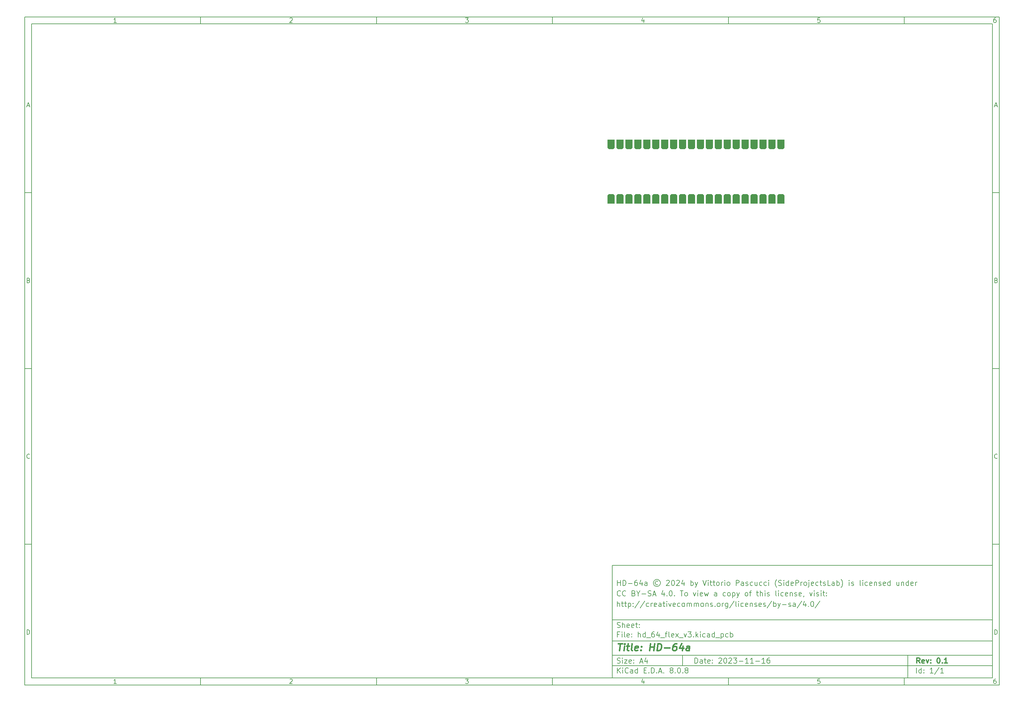
<source format=gbr>
%TF.GenerationSoftware,KiCad,Pcbnew,8.0.8*%
%TF.CreationDate,2025-03-17T16:40:44+01:00*%
%TF.ProjectId,hd_64_flex_v3,68645f36-345f-4666-9c65-785f76332e6b,0.1*%
%TF.SameCoordinates,PXd801da0PY3c45b00*%
%TF.FileFunction,Soldermask,Top*%
%TF.FilePolarity,Negative*%
%FSLAX46Y46*%
G04 Gerber Fmt 4.6, Leading zero omitted, Abs format (unit mm)*
G04 Created by KiCad (PCBNEW 8.0.8) date 2025-03-17 16:40:44*
%MOMM*%
%LPD*%
G01*
G04 APERTURE LIST*
G04 Aperture macros list*
%AMOutline5P*
0 Free polygon, 5 corners , with rotation*
0 The origin of the aperture is its center*
0 number of corners: always 5*
0 $1 to $10 corner X, Y*
0 $11 Rotation angle, in degrees counterclockwise*
0 create outline with 5 corners*
4,1,5,$1,$2,$3,$4,$5,$6,$7,$8,$9,$10,$1,$2,$11*%
%AMOutline6P*
0 Free polygon, 6 corners , with rotation*
0 The origin of the aperture is its center*
0 number of corners: always 6*
0 $1 to $12 corner X, Y*
0 $13 Rotation angle, in degrees counterclockwise*
0 create outline with 6 corners*
4,1,6,$1,$2,$3,$4,$5,$6,$7,$8,$9,$10,$11,$12,$1,$2,$13*%
%AMOutline7P*
0 Free polygon, 7 corners , with rotation*
0 The origin of the aperture is its center*
0 number of corners: always 7*
0 $1 to $14 corner X, Y*
0 $15 Rotation angle, in degrees counterclockwise*
0 create outline with 7 corners*
4,1,7,$1,$2,$3,$4,$5,$6,$7,$8,$9,$10,$11,$12,$13,$14,$1,$2,$15*%
%AMOutline8P*
0 Free polygon, 8 corners , with rotation*
0 The origin of the aperture is its center*
0 number of corners: always 8*
0 $1 to $16 corner X, Y*
0 $17 Rotation angle, in degrees counterclockwise*
0 create outline with 8 corners*
4,1,8,$1,$2,$3,$4,$5,$6,$7,$8,$9,$10,$11,$12,$13,$14,$15,$16,$1,$2,$17*%
G04 Aperture macros list end*
%ADD10C,0.100000*%
%ADD11C,0.150000*%
%ADD12C,0.300000*%
%ADD13C,0.400000*%
%ADD14Outline6P,-1.350000X0.630000X-0.930000X1.050000X1.350000X1.050000X1.350000X-1.050000X-0.930000X-1.050000X-1.350000X-0.630000X270.000000*%
%ADD15Outline6P,-1.350000X0.630000X-0.930000X1.050000X1.350000X1.050000X1.350000X-1.050000X-0.930000X-1.050000X-1.350000X-0.630000X90.000000*%
G04 APERTURE END LIST*
D10*
D11*
X-49497800Y-102807200D02*
X58502200Y-102807200D01*
X58502200Y-134807200D01*
X-49497800Y-134807200D01*
X-49497800Y-102807200D01*
D10*
D11*
X-216500000Y53200000D02*
X60502200Y53200000D01*
X60502200Y-136807200D01*
X-216500000Y-136807200D01*
X-216500000Y53200000D01*
D10*
D11*
X-214500000Y51200000D02*
X58502200Y51200000D01*
X58502200Y-134807200D01*
X-214500000Y-134807200D01*
X-214500000Y51200000D01*
D10*
D11*
X-166500000Y51200000D02*
X-166500000Y53200000D01*
D10*
D11*
X-116500000Y51200000D02*
X-116500000Y53200000D01*
D10*
D11*
X-66500000Y51200000D02*
X-66500000Y53200000D01*
D10*
D11*
X-16500000Y51200000D02*
X-16500000Y53200000D01*
D10*
D11*
X33500000Y51200000D02*
X33500000Y53200000D01*
D10*
D11*
X-190410840Y51606396D02*
X-191153697Y51606396D01*
X-190782269Y51606396D02*
X-190782269Y52906396D01*
X-190782269Y52906396D02*
X-190906078Y52720681D01*
X-190906078Y52720681D02*
X-191029888Y52596872D01*
X-191029888Y52596872D02*
X-191153697Y52534967D01*
D10*
D11*
X-141153697Y52782586D02*
X-141091793Y52844491D01*
X-141091793Y52844491D02*
X-140967983Y52906396D01*
X-140967983Y52906396D02*
X-140658459Y52906396D01*
X-140658459Y52906396D02*
X-140534650Y52844491D01*
X-140534650Y52844491D02*
X-140472745Y52782586D01*
X-140472745Y52782586D02*
X-140410840Y52658777D01*
X-140410840Y52658777D02*
X-140410840Y52534967D01*
X-140410840Y52534967D02*
X-140472745Y52349253D01*
X-140472745Y52349253D02*
X-141215602Y51606396D01*
X-141215602Y51606396D02*
X-140410840Y51606396D01*
D10*
D11*
X-91215602Y52906396D02*
X-90410840Y52906396D01*
X-90410840Y52906396D02*
X-90844174Y52411158D01*
X-90844174Y52411158D02*
X-90658459Y52411158D01*
X-90658459Y52411158D02*
X-90534650Y52349253D01*
X-90534650Y52349253D02*
X-90472745Y52287348D01*
X-90472745Y52287348D02*
X-90410840Y52163539D01*
X-90410840Y52163539D02*
X-90410840Y51854015D01*
X-90410840Y51854015D02*
X-90472745Y51730205D01*
X-90472745Y51730205D02*
X-90534650Y51668300D01*
X-90534650Y51668300D02*
X-90658459Y51606396D01*
X-90658459Y51606396D02*
X-91029888Y51606396D01*
X-91029888Y51606396D02*
X-91153697Y51668300D01*
X-91153697Y51668300D02*
X-91215602Y51730205D01*
D10*
D11*
X-40534650Y52473062D02*
X-40534650Y51606396D01*
X-40844174Y52968300D02*
X-41153697Y52039729D01*
X-41153697Y52039729D02*
X-40348936Y52039729D01*
D10*
D11*
X9527255Y52906396D02*
X8908207Y52906396D01*
X8908207Y52906396D02*
X8846303Y52287348D01*
X8846303Y52287348D02*
X8908207Y52349253D01*
X8908207Y52349253D02*
X9032017Y52411158D01*
X9032017Y52411158D02*
X9341541Y52411158D01*
X9341541Y52411158D02*
X9465350Y52349253D01*
X9465350Y52349253D02*
X9527255Y52287348D01*
X9527255Y52287348D02*
X9589160Y52163539D01*
X9589160Y52163539D02*
X9589160Y51854015D01*
X9589160Y51854015D02*
X9527255Y51730205D01*
X9527255Y51730205D02*
X9465350Y51668300D01*
X9465350Y51668300D02*
X9341541Y51606396D01*
X9341541Y51606396D02*
X9032017Y51606396D01*
X9032017Y51606396D02*
X8908207Y51668300D01*
X8908207Y51668300D02*
X8846303Y51730205D01*
D10*
D11*
X59465350Y52906396D02*
X59217731Y52906396D01*
X59217731Y52906396D02*
X59093922Y52844491D01*
X59093922Y52844491D02*
X59032017Y52782586D01*
X59032017Y52782586D02*
X58908207Y52596872D01*
X58908207Y52596872D02*
X58846303Y52349253D01*
X58846303Y52349253D02*
X58846303Y51854015D01*
X58846303Y51854015D02*
X58908207Y51730205D01*
X58908207Y51730205D02*
X58970112Y51668300D01*
X58970112Y51668300D02*
X59093922Y51606396D01*
X59093922Y51606396D02*
X59341541Y51606396D01*
X59341541Y51606396D02*
X59465350Y51668300D01*
X59465350Y51668300D02*
X59527255Y51730205D01*
X59527255Y51730205D02*
X59589160Y51854015D01*
X59589160Y51854015D02*
X59589160Y52163539D01*
X59589160Y52163539D02*
X59527255Y52287348D01*
X59527255Y52287348D02*
X59465350Y52349253D01*
X59465350Y52349253D02*
X59341541Y52411158D01*
X59341541Y52411158D02*
X59093922Y52411158D01*
X59093922Y52411158D02*
X58970112Y52349253D01*
X58970112Y52349253D02*
X58908207Y52287348D01*
X58908207Y52287348D02*
X58846303Y52163539D01*
D10*
D11*
X-166500000Y-134807200D02*
X-166500000Y-136807200D01*
D10*
D11*
X-116500000Y-134807200D02*
X-116500000Y-136807200D01*
D10*
D11*
X-66500000Y-134807200D02*
X-66500000Y-136807200D01*
D10*
D11*
X-16500000Y-134807200D02*
X-16500000Y-136807200D01*
D10*
D11*
X33500000Y-134807200D02*
X33500000Y-136807200D01*
D10*
D11*
X-190410840Y-136400804D02*
X-191153697Y-136400804D01*
X-190782269Y-136400804D02*
X-190782269Y-135100804D01*
X-190782269Y-135100804D02*
X-190906078Y-135286519D01*
X-190906078Y-135286519D02*
X-191029888Y-135410328D01*
X-191029888Y-135410328D02*
X-191153697Y-135472233D01*
D10*
D11*
X-141153697Y-135224614D02*
X-141091793Y-135162709D01*
X-141091793Y-135162709D02*
X-140967983Y-135100804D01*
X-140967983Y-135100804D02*
X-140658459Y-135100804D01*
X-140658459Y-135100804D02*
X-140534650Y-135162709D01*
X-140534650Y-135162709D02*
X-140472745Y-135224614D01*
X-140472745Y-135224614D02*
X-140410840Y-135348423D01*
X-140410840Y-135348423D02*
X-140410840Y-135472233D01*
X-140410840Y-135472233D02*
X-140472745Y-135657947D01*
X-140472745Y-135657947D02*
X-141215602Y-136400804D01*
X-141215602Y-136400804D02*
X-140410840Y-136400804D01*
D10*
D11*
X-91215602Y-135100804D02*
X-90410840Y-135100804D01*
X-90410840Y-135100804D02*
X-90844174Y-135596042D01*
X-90844174Y-135596042D02*
X-90658459Y-135596042D01*
X-90658459Y-135596042D02*
X-90534650Y-135657947D01*
X-90534650Y-135657947D02*
X-90472745Y-135719852D01*
X-90472745Y-135719852D02*
X-90410840Y-135843661D01*
X-90410840Y-135843661D02*
X-90410840Y-136153185D01*
X-90410840Y-136153185D02*
X-90472745Y-136276995D01*
X-90472745Y-136276995D02*
X-90534650Y-136338900D01*
X-90534650Y-136338900D02*
X-90658459Y-136400804D01*
X-90658459Y-136400804D02*
X-91029888Y-136400804D01*
X-91029888Y-136400804D02*
X-91153697Y-136338900D01*
X-91153697Y-136338900D02*
X-91215602Y-136276995D01*
D10*
D11*
X-40534650Y-135534138D02*
X-40534650Y-136400804D01*
X-40844174Y-135038900D02*
X-41153697Y-135967471D01*
X-41153697Y-135967471D02*
X-40348936Y-135967471D01*
D10*
D11*
X9527255Y-135100804D02*
X8908207Y-135100804D01*
X8908207Y-135100804D02*
X8846303Y-135719852D01*
X8846303Y-135719852D02*
X8908207Y-135657947D01*
X8908207Y-135657947D02*
X9032017Y-135596042D01*
X9032017Y-135596042D02*
X9341541Y-135596042D01*
X9341541Y-135596042D02*
X9465350Y-135657947D01*
X9465350Y-135657947D02*
X9527255Y-135719852D01*
X9527255Y-135719852D02*
X9589160Y-135843661D01*
X9589160Y-135843661D02*
X9589160Y-136153185D01*
X9589160Y-136153185D02*
X9527255Y-136276995D01*
X9527255Y-136276995D02*
X9465350Y-136338900D01*
X9465350Y-136338900D02*
X9341541Y-136400804D01*
X9341541Y-136400804D02*
X9032017Y-136400804D01*
X9032017Y-136400804D02*
X8908207Y-136338900D01*
X8908207Y-136338900D02*
X8846303Y-136276995D01*
D10*
D11*
X59465350Y-135100804D02*
X59217731Y-135100804D01*
X59217731Y-135100804D02*
X59093922Y-135162709D01*
X59093922Y-135162709D02*
X59032017Y-135224614D01*
X59032017Y-135224614D02*
X58908207Y-135410328D01*
X58908207Y-135410328D02*
X58846303Y-135657947D01*
X58846303Y-135657947D02*
X58846303Y-136153185D01*
X58846303Y-136153185D02*
X58908207Y-136276995D01*
X58908207Y-136276995D02*
X58970112Y-136338900D01*
X58970112Y-136338900D02*
X59093922Y-136400804D01*
X59093922Y-136400804D02*
X59341541Y-136400804D01*
X59341541Y-136400804D02*
X59465350Y-136338900D01*
X59465350Y-136338900D02*
X59527255Y-136276995D01*
X59527255Y-136276995D02*
X59589160Y-136153185D01*
X59589160Y-136153185D02*
X59589160Y-135843661D01*
X59589160Y-135843661D02*
X59527255Y-135719852D01*
X59527255Y-135719852D02*
X59465350Y-135657947D01*
X59465350Y-135657947D02*
X59341541Y-135596042D01*
X59341541Y-135596042D02*
X59093922Y-135596042D01*
X59093922Y-135596042D02*
X58970112Y-135657947D01*
X58970112Y-135657947D02*
X58908207Y-135719852D01*
X58908207Y-135719852D02*
X58846303Y-135843661D01*
D10*
D11*
X-216500000Y3200000D02*
X-214500000Y3200000D01*
D10*
D11*
X-216500000Y-46800000D02*
X-214500000Y-46800000D01*
D10*
D11*
X-216500000Y-96800000D02*
X-214500000Y-96800000D01*
D10*
D11*
X-215809524Y27977824D02*
X-215190477Y27977824D01*
X-215933334Y27606396D02*
X-215500001Y28906396D01*
X-215500001Y28906396D02*
X-215066667Y27606396D01*
D10*
D11*
X-215407143Y-21712652D02*
X-215221429Y-21774557D01*
X-215221429Y-21774557D02*
X-215159524Y-21836461D01*
X-215159524Y-21836461D02*
X-215097620Y-21960271D01*
X-215097620Y-21960271D02*
X-215097620Y-22145985D01*
X-215097620Y-22145985D02*
X-215159524Y-22269795D01*
X-215159524Y-22269795D02*
X-215221429Y-22331700D01*
X-215221429Y-22331700D02*
X-215345239Y-22393604D01*
X-215345239Y-22393604D02*
X-215840477Y-22393604D01*
X-215840477Y-22393604D02*
X-215840477Y-21093604D01*
X-215840477Y-21093604D02*
X-215407143Y-21093604D01*
X-215407143Y-21093604D02*
X-215283334Y-21155509D01*
X-215283334Y-21155509D02*
X-215221429Y-21217414D01*
X-215221429Y-21217414D02*
X-215159524Y-21341223D01*
X-215159524Y-21341223D02*
X-215159524Y-21465033D01*
X-215159524Y-21465033D02*
X-215221429Y-21588842D01*
X-215221429Y-21588842D02*
X-215283334Y-21650747D01*
X-215283334Y-21650747D02*
X-215407143Y-21712652D01*
X-215407143Y-21712652D02*
X-215840477Y-21712652D01*
D10*
D11*
X-215097620Y-72269795D02*
X-215159524Y-72331700D01*
X-215159524Y-72331700D02*
X-215345239Y-72393604D01*
X-215345239Y-72393604D02*
X-215469048Y-72393604D01*
X-215469048Y-72393604D02*
X-215654762Y-72331700D01*
X-215654762Y-72331700D02*
X-215778572Y-72207890D01*
X-215778572Y-72207890D02*
X-215840477Y-72084080D01*
X-215840477Y-72084080D02*
X-215902381Y-71836461D01*
X-215902381Y-71836461D02*
X-215902381Y-71650747D01*
X-215902381Y-71650747D02*
X-215840477Y-71403128D01*
X-215840477Y-71403128D02*
X-215778572Y-71279319D01*
X-215778572Y-71279319D02*
X-215654762Y-71155509D01*
X-215654762Y-71155509D02*
X-215469048Y-71093604D01*
X-215469048Y-71093604D02*
X-215345239Y-71093604D01*
X-215345239Y-71093604D02*
X-215159524Y-71155509D01*
X-215159524Y-71155509D02*
X-215097620Y-71217414D01*
D10*
D11*
X-215840477Y-122393604D02*
X-215840477Y-121093604D01*
X-215840477Y-121093604D02*
X-215530953Y-121093604D01*
X-215530953Y-121093604D02*
X-215345239Y-121155509D01*
X-215345239Y-121155509D02*
X-215221429Y-121279319D01*
X-215221429Y-121279319D02*
X-215159524Y-121403128D01*
X-215159524Y-121403128D02*
X-215097620Y-121650747D01*
X-215097620Y-121650747D02*
X-215097620Y-121836461D01*
X-215097620Y-121836461D02*
X-215159524Y-122084080D01*
X-215159524Y-122084080D02*
X-215221429Y-122207890D01*
X-215221429Y-122207890D02*
X-215345239Y-122331700D01*
X-215345239Y-122331700D02*
X-215530953Y-122393604D01*
X-215530953Y-122393604D02*
X-215840477Y-122393604D01*
D10*
D11*
X60502200Y3200000D02*
X58502200Y3200000D01*
D10*
D11*
X60502200Y-46800000D02*
X58502200Y-46800000D01*
D10*
D11*
X60502200Y-96800000D02*
X58502200Y-96800000D01*
D10*
D11*
X59192676Y27977824D02*
X59811723Y27977824D01*
X59068866Y27606396D02*
X59502199Y28906396D01*
X59502199Y28906396D02*
X59935533Y27606396D01*
D10*
D11*
X59595057Y-21712652D02*
X59780771Y-21774557D01*
X59780771Y-21774557D02*
X59842676Y-21836461D01*
X59842676Y-21836461D02*
X59904580Y-21960271D01*
X59904580Y-21960271D02*
X59904580Y-22145985D01*
X59904580Y-22145985D02*
X59842676Y-22269795D01*
X59842676Y-22269795D02*
X59780771Y-22331700D01*
X59780771Y-22331700D02*
X59656961Y-22393604D01*
X59656961Y-22393604D02*
X59161723Y-22393604D01*
X59161723Y-22393604D02*
X59161723Y-21093604D01*
X59161723Y-21093604D02*
X59595057Y-21093604D01*
X59595057Y-21093604D02*
X59718866Y-21155509D01*
X59718866Y-21155509D02*
X59780771Y-21217414D01*
X59780771Y-21217414D02*
X59842676Y-21341223D01*
X59842676Y-21341223D02*
X59842676Y-21465033D01*
X59842676Y-21465033D02*
X59780771Y-21588842D01*
X59780771Y-21588842D02*
X59718866Y-21650747D01*
X59718866Y-21650747D02*
X59595057Y-21712652D01*
X59595057Y-21712652D02*
X59161723Y-21712652D01*
D10*
D11*
X59904580Y-72269795D02*
X59842676Y-72331700D01*
X59842676Y-72331700D02*
X59656961Y-72393604D01*
X59656961Y-72393604D02*
X59533152Y-72393604D01*
X59533152Y-72393604D02*
X59347438Y-72331700D01*
X59347438Y-72331700D02*
X59223628Y-72207890D01*
X59223628Y-72207890D02*
X59161723Y-72084080D01*
X59161723Y-72084080D02*
X59099819Y-71836461D01*
X59099819Y-71836461D02*
X59099819Y-71650747D01*
X59099819Y-71650747D02*
X59161723Y-71403128D01*
X59161723Y-71403128D02*
X59223628Y-71279319D01*
X59223628Y-71279319D02*
X59347438Y-71155509D01*
X59347438Y-71155509D02*
X59533152Y-71093604D01*
X59533152Y-71093604D02*
X59656961Y-71093604D01*
X59656961Y-71093604D02*
X59842676Y-71155509D01*
X59842676Y-71155509D02*
X59904580Y-71217414D01*
D10*
D11*
X59161723Y-122393604D02*
X59161723Y-121093604D01*
X59161723Y-121093604D02*
X59471247Y-121093604D01*
X59471247Y-121093604D02*
X59656961Y-121155509D01*
X59656961Y-121155509D02*
X59780771Y-121279319D01*
X59780771Y-121279319D02*
X59842676Y-121403128D01*
X59842676Y-121403128D02*
X59904580Y-121650747D01*
X59904580Y-121650747D02*
X59904580Y-121836461D01*
X59904580Y-121836461D02*
X59842676Y-122084080D01*
X59842676Y-122084080D02*
X59780771Y-122207890D01*
X59780771Y-122207890D02*
X59656961Y-122331700D01*
X59656961Y-122331700D02*
X59471247Y-122393604D01*
X59471247Y-122393604D02*
X59161723Y-122393604D01*
D10*
D11*
X-26041974Y-130593328D02*
X-26041974Y-129093328D01*
X-26041974Y-129093328D02*
X-25684831Y-129093328D01*
X-25684831Y-129093328D02*
X-25470545Y-129164757D01*
X-25470545Y-129164757D02*
X-25327688Y-129307614D01*
X-25327688Y-129307614D02*
X-25256259Y-129450471D01*
X-25256259Y-129450471D02*
X-25184831Y-129736185D01*
X-25184831Y-129736185D02*
X-25184831Y-129950471D01*
X-25184831Y-129950471D02*
X-25256259Y-130236185D01*
X-25256259Y-130236185D02*
X-25327688Y-130379042D01*
X-25327688Y-130379042D02*
X-25470545Y-130521900D01*
X-25470545Y-130521900D02*
X-25684831Y-130593328D01*
X-25684831Y-130593328D02*
X-26041974Y-130593328D01*
X-23899116Y-130593328D02*
X-23899116Y-129807614D01*
X-23899116Y-129807614D02*
X-23970545Y-129664757D01*
X-23970545Y-129664757D02*
X-24113402Y-129593328D01*
X-24113402Y-129593328D02*
X-24399116Y-129593328D01*
X-24399116Y-129593328D02*
X-24541974Y-129664757D01*
X-23899116Y-130521900D02*
X-24041974Y-130593328D01*
X-24041974Y-130593328D02*
X-24399116Y-130593328D01*
X-24399116Y-130593328D02*
X-24541974Y-130521900D01*
X-24541974Y-130521900D02*
X-24613402Y-130379042D01*
X-24613402Y-130379042D02*
X-24613402Y-130236185D01*
X-24613402Y-130236185D02*
X-24541974Y-130093328D01*
X-24541974Y-130093328D02*
X-24399116Y-130021900D01*
X-24399116Y-130021900D02*
X-24041974Y-130021900D01*
X-24041974Y-130021900D02*
X-23899116Y-129950471D01*
X-23399116Y-129593328D02*
X-22827688Y-129593328D01*
X-23184831Y-129093328D02*
X-23184831Y-130379042D01*
X-23184831Y-130379042D02*
X-23113402Y-130521900D01*
X-23113402Y-130521900D02*
X-22970545Y-130593328D01*
X-22970545Y-130593328D02*
X-22827688Y-130593328D01*
X-21756259Y-130521900D02*
X-21899116Y-130593328D01*
X-21899116Y-130593328D02*
X-22184830Y-130593328D01*
X-22184830Y-130593328D02*
X-22327688Y-130521900D01*
X-22327688Y-130521900D02*
X-22399116Y-130379042D01*
X-22399116Y-130379042D02*
X-22399116Y-129807614D01*
X-22399116Y-129807614D02*
X-22327688Y-129664757D01*
X-22327688Y-129664757D02*
X-22184830Y-129593328D01*
X-22184830Y-129593328D02*
X-21899116Y-129593328D01*
X-21899116Y-129593328D02*
X-21756259Y-129664757D01*
X-21756259Y-129664757D02*
X-21684830Y-129807614D01*
X-21684830Y-129807614D02*
X-21684830Y-129950471D01*
X-21684830Y-129950471D02*
X-22399116Y-130093328D01*
X-21041974Y-130450471D02*
X-20970545Y-130521900D01*
X-20970545Y-130521900D02*
X-21041974Y-130593328D01*
X-21041974Y-130593328D02*
X-21113402Y-130521900D01*
X-21113402Y-130521900D02*
X-21041974Y-130450471D01*
X-21041974Y-130450471D02*
X-21041974Y-130593328D01*
X-21041974Y-129664757D02*
X-20970545Y-129736185D01*
X-20970545Y-129736185D02*
X-21041974Y-129807614D01*
X-21041974Y-129807614D02*
X-21113402Y-129736185D01*
X-21113402Y-129736185D02*
X-21041974Y-129664757D01*
X-21041974Y-129664757D02*
X-21041974Y-129807614D01*
X-19256259Y-129236185D02*
X-19184831Y-129164757D01*
X-19184831Y-129164757D02*
X-19041973Y-129093328D01*
X-19041973Y-129093328D02*
X-18684831Y-129093328D01*
X-18684831Y-129093328D02*
X-18541973Y-129164757D01*
X-18541973Y-129164757D02*
X-18470545Y-129236185D01*
X-18470545Y-129236185D02*
X-18399116Y-129379042D01*
X-18399116Y-129379042D02*
X-18399116Y-129521900D01*
X-18399116Y-129521900D02*
X-18470545Y-129736185D01*
X-18470545Y-129736185D02*
X-19327688Y-130593328D01*
X-19327688Y-130593328D02*
X-18399116Y-130593328D01*
X-17470545Y-129093328D02*
X-17327688Y-129093328D01*
X-17327688Y-129093328D02*
X-17184831Y-129164757D01*
X-17184831Y-129164757D02*
X-17113402Y-129236185D01*
X-17113402Y-129236185D02*
X-17041974Y-129379042D01*
X-17041974Y-129379042D02*
X-16970545Y-129664757D01*
X-16970545Y-129664757D02*
X-16970545Y-130021900D01*
X-16970545Y-130021900D02*
X-17041974Y-130307614D01*
X-17041974Y-130307614D02*
X-17113402Y-130450471D01*
X-17113402Y-130450471D02*
X-17184831Y-130521900D01*
X-17184831Y-130521900D02*
X-17327688Y-130593328D01*
X-17327688Y-130593328D02*
X-17470545Y-130593328D01*
X-17470545Y-130593328D02*
X-17613402Y-130521900D01*
X-17613402Y-130521900D02*
X-17684831Y-130450471D01*
X-17684831Y-130450471D02*
X-17756260Y-130307614D01*
X-17756260Y-130307614D02*
X-17827688Y-130021900D01*
X-17827688Y-130021900D02*
X-17827688Y-129664757D01*
X-17827688Y-129664757D02*
X-17756260Y-129379042D01*
X-17756260Y-129379042D02*
X-17684831Y-129236185D01*
X-17684831Y-129236185D02*
X-17613402Y-129164757D01*
X-17613402Y-129164757D02*
X-17470545Y-129093328D01*
X-16399117Y-129236185D02*
X-16327689Y-129164757D01*
X-16327689Y-129164757D02*
X-16184831Y-129093328D01*
X-16184831Y-129093328D02*
X-15827689Y-129093328D01*
X-15827689Y-129093328D02*
X-15684831Y-129164757D01*
X-15684831Y-129164757D02*
X-15613403Y-129236185D01*
X-15613403Y-129236185D02*
X-15541974Y-129379042D01*
X-15541974Y-129379042D02*
X-15541974Y-129521900D01*
X-15541974Y-129521900D02*
X-15613403Y-129736185D01*
X-15613403Y-129736185D02*
X-16470546Y-130593328D01*
X-16470546Y-130593328D02*
X-15541974Y-130593328D01*
X-15041975Y-129093328D02*
X-14113403Y-129093328D01*
X-14113403Y-129093328D02*
X-14613403Y-129664757D01*
X-14613403Y-129664757D02*
X-14399118Y-129664757D01*
X-14399118Y-129664757D02*
X-14256260Y-129736185D01*
X-14256260Y-129736185D02*
X-14184832Y-129807614D01*
X-14184832Y-129807614D02*
X-14113403Y-129950471D01*
X-14113403Y-129950471D02*
X-14113403Y-130307614D01*
X-14113403Y-130307614D02*
X-14184832Y-130450471D01*
X-14184832Y-130450471D02*
X-14256260Y-130521900D01*
X-14256260Y-130521900D02*
X-14399118Y-130593328D01*
X-14399118Y-130593328D02*
X-14827689Y-130593328D01*
X-14827689Y-130593328D02*
X-14970546Y-130521900D01*
X-14970546Y-130521900D02*
X-15041975Y-130450471D01*
X-13470547Y-130021900D02*
X-12327689Y-130021900D01*
X-10827689Y-130593328D02*
X-11684832Y-130593328D01*
X-11256261Y-130593328D02*
X-11256261Y-129093328D01*
X-11256261Y-129093328D02*
X-11399118Y-129307614D01*
X-11399118Y-129307614D02*
X-11541975Y-129450471D01*
X-11541975Y-129450471D02*
X-11684832Y-129521900D01*
X-9399118Y-130593328D02*
X-10256261Y-130593328D01*
X-9827690Y-130593328D02*
X-9827690Y-129093328D01*
X-9827690Y-129093328D02*
X-9970547Y-129307614D01*
X-9970547Y-129307614D02*
X-10113404Y-129450471D01*
X-10113404Y-129450471D02*
X-10256261Y-129521900D01*
X-8756262Y-130021900D02*
X-7613404Y-130021900D01*
X-6113404Y-130593328D02*
X-6970547Y-130593328D01*
X-6541976Y-130593328D02*
X-6541976Y-129093328D01*
X-6541976Y-129093328D02*
X-6684833Y-129307614D01*
X-6684833Y-129307614D02*
X-6827690Y-129450471D01*
X-6827690Y-129450471D02*
X-6970547Y-129521900D01*
X-4827690Y-129093328D02*
X-5113405Y-129093328D01*
X-5113405Y-129093328D02*
X-5256262Y-129164757D01*
X-5256262Y-129164757D02*
X-5327690Y-129236185D01*
X-5327690Y-129236185D02*
X-5470548Y-129450471D01*
X-5470548Y-129450471D02*
X-5541976Y-129736185D01*
X-5541976Y-129736185D02*
X-5541976Y-130307614D01*
X-5541976Y-130307614D02*
X-5470548Y-130450471D01*
X-5470548Y-130450471D02*
X-5399119Y-130521900D01*
X-5399119Y-130521900D02*
X-5256262Y-130593328D01*
X-5256262Y-130593328D02*
X-4970548Y-130593328D01*
X-4970548Y-130593328D02*
X-4827690Y-130521900D01*
X-4827690Y-130521900D02*
X-4756262Y-130450471D01*
X-4756262Y-130450471D02*
X-4684833Y-130307614D01*
X-4684833Y-130307614D02*
X-4684833Y-129950471D01*
X-4684833Y-129950471D02*
X-4756262Y-129807614D01*
X-4756262Y-129807614D02*
X-4827690Y-129736185D01*
X-4827690Y-129736185D02*
X-4970548Y-129664757D01*
X-4970548Y-129664757D02*
X-5256262Y-129664757D01*
X-5256262Y-129664757D02*
X-5399119Y-129736185D01*
X-5399119Y-129736185D02*
X-5470548Y-129807614D01*
X-5470548Y-129807614D02*
X-5541976Y-129950471D01*
D10*
D11*
X-49497800Y-131307200D02*
X58502200Y-131307200D01*
D10*
D11*
X-48041974Y-133393328D02*
X-48041974Y-131893328D01*
X-47184831Y-133393328D02*
X-47827688Y-132536185D01*
X-47184831Y-131893328D02*
X-48041974Y-132750471D01*
X-46541974Y-133393328D02*
X-46541974Y-132393328D01*
X-46541974Y-131893328D02*
X-46613402Y-131964757D01*
X-46613402Y-131964757D02*
X-46541974Y-132036185D01*
X-46541974Y-132036185D02*
X-46470545Y-131964757D01*
X-46470545Y-131964757D02*
X-46541974Y-131893328D01*
X-46541974Y-131893328D02*
X-46541974Y-132036185D01*
X-44970545Y-133250471D02*
X-45041973Y-133321900D01*
X-45041973Y-133321900D02*
X-45256259Y-133393328D01*
X-45256259Y-133393328D02*
X-45399116Y-133393328D01*
X-45399116Y-133393328D02*
X-45613402Y-133321900D01*
X-45613402Y-133321900D02*
X-45756259Y-133179042D01*
X-45756259Y-133179042D02*
X-45827688Y-133036185D01*
X-45827688Y-133036185D02*
X-45899116Y-132750471D01*
X-45899116Y-132750471D02*
X-45899116Y-132536185D01*
X-45899116Y-132536185D02*
X-45827688Y-132250471D01*
X-45827688Y-132250471D02*
X-45756259Y-132107614D01*
X-45756259Y-132107614D02*
X-45613402Y-131964757D01*
X-45613402Y-131964757D02*
X-45399116Y-131893328D01*
X-45399116Y-131893328D02*
X-45256259Y-131893328D01*
X-45256259Y-131893328D02*
X-45041973Y-131964757D01*
X-45041973Y-131964757D02*
X-44970545Y-132036185D01*
X-43684830Y-133393328D02*
X-43684830Y-132607614D01*
X-43684830Y-132607614D02*
X-43756259Y-132464757D01*
X-43756259Y-132464757D02*
X-43899116Y-132393328D01*
X-43899116Y-132393328D02*
X-44184830Y-132393328D01*
X-44184830Y-132393328D02*
X-44327688Y-132464757D01*
X-43684830Y-133321900D02*
X-43827688Y-133393328D01*
X-43827688Y-133393328D02*
X-44184830Y-133393328D01*
X-44184830Y-133393328D02*
X-44327688Y-133321900D01*
X-44327688Y-133321900D02*
X-44399116Y-133179042D01*
X-44399116Y-133179042D02*
X-44399116Y-133036185D01*
X-44399116Y-133036185D02*
X-44327688Y-132893328D01*
X-44327688Y-132893328D02*
X-44184830Y-132821900D01*
X-44184830Y-132821900D02*
X-43827688Y-132821900D01*
X-43827688Y-132821900D02*
X-43684830Y-132750471D01*
X-42327687Y-133393328D02*
X-42327687Y-131893328D01*
X-42327687Y-133321900D02*
X-42470545Y-133393328D01*
X-42470545Y-133393328D02*
X-42756259Y-133393328D01*
X-42756259Y-133393328D02*
X-42899116Y-133321900D01*
X-42899116Y-133321900D02*
X-42970545Y-133250471D01*
X-42970545Y-133250471D02*
X-43041973Y-133107614D01*
X-43041973Y-133107614D02*
X-43041973Y-132679042D01*
X-43041973Y-132679042D02*
X-42970545Y-132536185D01*
X-42970545Y-132536185D02*
X-42899116Y-132464757D01*
X-42899116Y-132464757D02*
X-42756259Y-132393328D01*
X-42756259Y-132393328D02*
X-42470545Y-132393328D01*
X-42470545Y-132393328D02*
X-42327687Y-132464757D01*
X-40470545Y-132607614D02*
X-39970545Y-132607614D01*
X-39756259Y-133393328D02*
X-40470545Y-133393328D01*
X-40470545Y-133393328D02*
X-40470545Y-131893328D01*
X-40470545Y-131893328D02*
X-39756259Y-131893328D01*
X-39113402Y-133250471D02*
X-39041973Y-133321900D01*
X-39041973Y-133321900D02*
X-39113402Y-133393328D01*
X-39113402Y-133393328D02*
X-39184830Y-133321900D01*
X-39184830Y-133321900D02*
X-39113402Y-133250471D01*
X-39113402Y-133250471D02*
X-39113402Y-133393328D01*
X-38399116Y-133393328D02*
X-38399116Y-131893328D01*
X-38399116Y-131893328D02*
X-38041973Y-131893328D01*
X-38041973Y-131893328D02*
X-37827687Y-131964757D01*
X-37827687Y-131964757D02*
X-37684830Y-132107614D01*
X-37684830Y-132107614D02*
X-37613401Y-132250471D01*
X-37613401Y-132250471D02*
X-37541973Y-132536185D01*
X-37541973Y-132536185D02*
X-37541973Y-132750471D01*
X-37541973Y-132750471D02*
X-37613401Y-133036185D01*
X-37613401Y-133036185D02*
X-37684830Y-133179042D01*
X-37684830Y-133179042D02*
X-37827687Y-133321900D01*
X-37827687Y-133321900D02*
X-38041973Y-133393328D01*
X-38041973Y-133393328D02*
X-38399116Y-133393328D01*
X-36899116Y-133250471D02*
X-36827687Y-133321900D01*
X-36827687Y-133321900D02*
X-36899116Y-133393328D01*
X-36899116Y-133393328D02*
X-36970544Y-133321900D01*
X-36970544Y-133321900D02*
X-36899116Y-133250471D01*
X-36899116Y-133250471D02*
X-36899116Y-133393328D01*
X-36256258Y-132964757D02*
X-35541972Y-132964757D01*
X-36399115Y-133393328D02*
X-35899115Y-131893328D01*
X-35899115Y-131893328D02*
X-35399115Y-133393328D01*
X-34899116Y-133250471D02*
X-34827687Y-133321900D01*
X-34827687Y-133321900D02*
X-34899116Y-133393328D01*
X-34899116Y-133393328D02*
X-34970544Y-133321900D01*
X-34970544Y-133321900D02*
X-34899116Y-133250471D01*
X-34899116Y-133250471D02*
X-34899116Y-133393328D01*
X-32827687Y-132536185D02*
X-32970544Y-132464757D01*
X-32970544Y-132464757D02*
X-33041973Y-132393328D01*
X-33041973Y-132393328D02*
X-33113401Y-132250471D01*
X-33113401Y-132250471D02*
X-33113401Y-132179042D01*
X-33113401Y-132179042D02*
X-33041973Y-132036185D01*
X-33041973Y-132036185D02*
X-32970544Y-131964757D01*
X-32970544Y-131964757D02*
X-32827687Y-131893328D01*
X-32827687Y-131893328D02*
X-32541973Y-131893328D01*
X-32541973Y-131893328D02*
X-32399115Y-131964757D01*
X-32399115Y-131964757D02*
X-32327687Y-132036185D01*
X-32327687Y-132036185D02*
X-32256258Y-132179042D01*
X-32256258Y-132179042D02*
X-32256258Y-132250471D01*
X-32256258Y-132250471D02*
X-32327687Y-132393328D01*
X-32327687Y-132393328D02*
X-32399115Y-132464757D01*
X-32399115Y-132464757D02*
X-32541973Y-132536185D01*
X-32541973Y-132536185D02*
X-32827687Y-132536185D01*
X-32827687Y-132536185D02*
X-32970544Y-132607614D01*
X-32970544Y-132607614D02*
X-33041973Y-132679042D01*
X-33041973Y-132679042D02*
X-33113401Y-132821900D01*
X-33113401Y-132821900D02*
X-33113401Y-133107614D01*
X-33113401Y-133107614D02*
X-33041973Y-133250471D01*
X-33041973Y-133250471D02*
X-32970544Y-133321900D01*
X-32970544Y-133321900D02*
X-32827687Y-133393328D01*
X-32827687Y-133393328D02*
X-32541973Y-133393328D01*
X-32541973Y-133393328D02*
X-32399115Y-133321900D01*
X-32399115Y-133321900D02*
X-32327687Y-133250471D01*
X-32327687Y-133250471D02*
X-32256258Y-133107614D01*
X-32256258Y-133107614D02*
X-32256258Y-132821900D01*
X-32256258Y-132821900D02*
X-32327687Y-132679042D01*
X-32327687Y-132679042D02*
X-32399115Y-132607614D01*
X-32399115Y-132607614D02*
X-32541973Y-132536185D01*
X-31613402Y-133250471D02*
X-31541973Y-133321900D01*
X-31541973Y-133321900D02*
X-31613402Y-133393328D01*
X-31613402Y-133393328D02*
X-31684830Y-133321900D01*
X-31684830Y-133321900D02*
X-31613402Y-133250471D01*
X-31613402Y-133250471D02*
X-31613402Y-133393328D01*
X-30613401Y-131893328D02*
X-30470544Y-131893328D01*
X-30470544Y-131893328D02*
X-30327687Y-131964757D01*
X-30327687Y-131964757D02*
X-30256258Y-132036185D01*
X-30256258Y-132036185D02*
X-30184830Y-132179042D01*
X-30184830Y-132179042D02*
X-30113401Y-132464757D01*
X-30113401Y-132464757D02*
X-30113401Y-132821900D01*
X-30113401Y-132821900D02*
X-30184830Y-133107614D01*
X-30184830Y-133107614D02*
X-30256258Y-133250471D01*
X-30256258Y-133250471D02*
X-30327687Y-133321900D01*
X-30327687Y-133321900D02*
X-30470544Y-133393328D01*
X-30470544Y-133393328D02*
X-30613401Y-133393328D01*
X-30613401Y-133393328D02*
X-30756258Y-133321900D01*
X-30756258Y-133321900D02*
X-30827687Y-133250471D01*
X-30827687Y-133250471D02*
X-30899116Y-133107614D01*
X-30899116Y-133107614D02*
X-30970544Y-132821900D01*
X-30970544Y-132821900D02*
X-30970544Y-132464757D01*
X-30970544Y-132464757D02*
X-30899116Y-132179042D01*
X-30899116Y-132179042D02*
X-30827687Y-132036185D01*
X-30827687Y-132036185D02*
X-30756258Y-131964757D01*
X-30756258Y-131964757D02*
X-30613401Y-131893328D01*
X-29470545Y-133250471D02*
X-29399116Y-133321900D01*
X-29399116Y-133321900D02*
X-29470545Y-133393328D01*
X-29470545Y-133393328D02*
X-29541973Y-133321900D01*
X-29541973Y-133321900D02*
X-29470545Y-133250471D01*
X-29470545Y-133250471D02*
X-29470545Y-133393328D01*
X-28541973Y-132536185D02*
X-28684830Y-132464757D01*
X-28684830Y-132464757D02*
X-28756259Y-132393328D01*
X-28756259Y-132393328D02*
X-28827687Y-132250471D01*
X-28827687Y-132250471D02*
X-28827687Y-132179042D01*
X-28827687Y-132179042D02*
X-28756259Y-132036185D01*
X-28756259Y-132036185D02*
X-28684830Y-131964757D01*
X-28684830Y-131964757D02*
X-28541973Y-131893328D01*
X-28541973Y-131893328D02*
X-28256259Y-131893328D01*
X-28256259Y-131893328D02*
X-28113401Y-131964757D01*
X-28113401Y-131964757D02*
X-28041973Y-132036185D01*
X-28041973Y-132036185D02*
X-27970544Y-132179042D01*
X-27970544Y-132179042D02*
X-27970544Y-132250471D01*
X-27970544Y-132250471D02*
X-28041973Y-132393328D01*
X-28041973Y-132393328D02*
X-28113401Y-132464757D01*
X-28113401Y-132464757D02*
X-28256259Y-132536185D01*
X-28256259Y-132536185D02*
X-28541973Y-132536185D01*
X-28541973Y-132536185D02*
X-28684830Y-132607614D01*
X-28684830Y-132607614D02*
X-28756259Y-132679042D01*
X-28756259Y-132679042D02*
X-28827687Y-132821900D01*
X-28827687Y-132821900D02*
X-28827687Y-133107614D01*
X-28827687Y-133107614D02*
X-28756259Y-133250471D01*
X-28756259Y-133250471D02*
X-28684830Y-133321900D01*
X-28684830Y-133321900D02*
X-28541973Y-133393328D01*
X-28541973Y-133393328D02*
X-28256259Y-133393328D01*
X-28256259Y-133393328D02*
X-28113401Y-133321900D01*
X-28113401Y-133321900D02*
X-28041973Y-133250471D01*
X-28041973Y-133250471D02*
X-27970544Y-133107614D01*
X-27970544Y-133107614D02*
X-27970544Y-132821900D01*
X-27970544Y-132821900D02*
X-28041973Y-132679042D01*
X-28041973Y-132679042D02*
X-28113401Y-132607614D01*
X-28113401Y-132607614D02*
X-28256259Y-132536185D01*
D10*
D11*
X-49497800Y-128307200D02*
X58502200Y-128307200D01*
D10*
D12*
X37913853Y-130585528D02*
X37413853Y-129871242D01*
X37056710Y-130585528D02*
X37056710Y-129085528D01*
X37056710Y-129085528D02*
X37628139Y-129085528D01*
X37628139Y-129085528D02*
X37770996Y-129156957D01*
X37770996Y-129156957D02*
X37842425Y-129228385D01*
X37842425Y-129228385D02*
X37913853Y-129371242D01*
X37913853Y-129371242D02*
X37913853Y-129585528D01*
X37913853Y-129585528D02*
X37842425Y-129728385D01*
X37842425Y-129728385D02*
X37770996Y-129799814D01*
X37770996Y-129799814D02*
X37628139Y-129871242D01*
X37628139Y-129871242D02*
X37056710Y-129871242D01*
X39128139Y-130514100D02*
X38985282Y-130585528D01*
X38985282Y-130585528D02*
X38699568Y-130585528D01*
X38699568Y-130585528D02*
X38556710Y-130514100D01*
X38556710Y-130514100D02*
X38485282Y-130371242D01*
X38485282Y-130371242D02*
X38485282Y-129799814D01*
X38485282Y-129799814D02*
X38556710Y-129656957D01*
X38556710Y-129656957D02*
X38699568Y-129585528D01*
X38699568Y-129585528D02*
X38985282Y-129585528D01*
X38985282Y-129585528D02*
X39128139Y-129656957D01*
X39128139Y-129656957D02*
X39199568Y-129799814D01*
X39199568Y-129799814D02*
X39199568Y-129942671D01*
X39199568Y-129942671D02*
X38485282Y-130085528D01*
X39699567Y-129585528D02*
X40056710Y-130585528D01*
X40056710Y-130585528D02*
X40413853Y-129585528D01*
X40985281Y-130442671D02*
X41056710Y-130514100D01*
X41056710Y-130514100D02*
X40985281Y-130585528D01*
X40985281Y-130585528D02*
X40913853Y-130514100D01*
X40913853Y-130514100D02*
X40985281Y-130442671D01*
X40985281Y-130442671D02*
X40985281Y-130585528D01*
X40985281Y-129656957D02*
X41056710Y-129728385D01*
X41056710Y-129728385D02*
X40985281Y-129799814D01*
X40985281Y-129799814D02*
X40913853Y-129728385D01*
X40913853Y-129728385D02*
X40985281Y-129656957D01*
X40985281Y-129656957D02*
X40985281Y-129799814D01*
X43128139Y-129085528D02*
X43270996Y-129085528D01*
X43270996Y-129085528D02*
X43413853Y-129156957D01*
X43413853Y-129156957D02*
X43485282Y-129228385D01*
X43485282Y-129228385D02*
X43556710Y-129371242D01*
X43556710Y-129371242D02*
X43628139Y-129656957D01*
X43628139Y-129656957D02*
X43628139Y-130014100D01*
X43628139Y-130014100D02*
X43556710Y-130299814D01*
X43556710Y-130299814D02*
X43485282Y-130442671D01*
X43485282Y-130442671D02*
X43413853Y-130514100D01*
X43413853Y-130514100D02*
X43270996Y-130585528D01*
X43270996Y-130585528D02*
X43128139Y-130585528D01*
X43128139Y-130585528D02*
X42985282Y-130514100D01*
X42985282Y-130514100D02*
X42913853Y-130442671D01*
X42913853Y-130442671D02*
X42842424Y-130299814D01*
X42842424Y-130299814D02*
X42770996Y-130014100D01*
X42770996Y-130014100D02*
X42770996Y-129656957D01*
X42770996Y-129656957D02*
X42842424Y-129371242D01*
X42842424Y-129371242D02*
X42913853Y-129228385D01*
X42913853Y-129228385D02*
X42985282Y-129156957D01*
X42985282Y-129156957D02*
X43128139Y-129085528D01*
X44270995Y-130442671D02*
X44342424Y-130514100D01*
X44342424Y-130514100D02*
X44270995Y-130585528D01*
X44270995Y-130585528D02*
X44199567Y-130514100D01*
X44199567Y-130514100D02*
X44270995Y-130442671D01*
X44270995Y-130442671D02*
X44270995Y-130585528D01*
X45770996Y-130585528D02*
X44913853Y-130585528D01*
X45342424Y-130585528D02*
X45342424Y-129085528D01*
X45342424Y-129085528D02*
X45199567Y-129299814D01*
X45199567Y-129299814D02*
X45056710Y-129442671D01*
X45056710Y-129442671D02*
X44913853Y-129514100D01*
D10*
D11*
X-48113402Y-130521900D02*
X-47899116Y-130593328D01*
X-47899116Y-130593328D02*
X-47541974Y-130593328D01*
X-47541974Y-130593328D02*
X-47399116Y-130521900D01*
X-47399116Y-130521900D02*
X-47327688Y-130450471D01*
X-47327688Y-130450471D02*
X-47256259Y-130307614D01*
X-47256259Y-130307614D02*
X-47256259Y-130164757D01*
X-47256259Y-130164757D02*
X-47327688Y-130021900D01*
X-47327688Y-130021900D02*
X-47399116Y-129950471D01*
X-47399116Y-129950471D02*
X-47541974Y-129879042D01*
X-47541974Y-129879042D02*
X-47827688Y-129807614D01*
X-47827688Y-129807614D02*
X-47970545Y-129736185D01*
X-47970545Y-129736185D02*
X-48041974Y-129664757D01*
X-48041974Y-129664757D02*
X-48113402Y-129521900D01*
X-48113402Y-129521900D02*
X-48113402Y-129379042D01*
X-48113402Y-129379042D02*
X-48041974Y-129236185D01*
X-48041974Y-129236185D02*
X-47970545Y-129164757D01*
X-47970545Y-129164757D02*
X-47827688Y-129093328D01*
X-47827688Y-129093328D02*
X-47470545Y-129093328D01*
X-47470545Y-129093328D02*
X-47256259Y-129164757D01*
X-46613403Y-130593328D02*
X-46613403Y-129593328D01*
X-46613403Y-129093328D02*
X-46684831Y-129164757D01*
X-46684831Y-129164757D02*
X-46613403Y-129236185D01*
X-46613403Y-129236185D02*
X-46541974Y-129164757D01*
X-46541974Y-129164757D02*
X-46613403Y-129093328D01*
X-46613403Y-129093328D02*
X-46613403Y-129236185D01*
X-46041974Y-129593328D02*
X-45256259Y-129593328D01*
X-45256259Y-129593328D02*
X-46041974Y-130593328D01*
X-46041974Y-130593328D02*
X-45256259Y-130593328D01*
X-44113402Y-130521900D02*
X-44256259Y-130593328D01*
X-44256259Y-130593328D02*
X-44541973Y-130593328D01*
X-44541973Y-130593328D02*
X-44684831Y-130521900D01*
X-44684831Y-130521900D02*
X-44756259Y-130379042D01*
X-44756259Y-130379042D02*
X-44756259Y-129807614D01*
X-44756259Y-129807614D02*
X-44684831Y-129664757D01*
X-44684831Y-129664757D02*
X-44541973Y-129593328D01*
X-44541973Y-129593328D02*
X-44256259Y-129593328D01*
X-44256259Y-129593328D02*
X-44113402Y-129664757D01*
X-44113402Y-129664757D02*
X-44041973Y-129807614D01*
X-44041973Y-129807614D02*
X-44041973Y-129950471D01*
X-44041973Y-129950471D02*
X-44756259Y-130093328D01*
X-43399117Y-130450471D02*
X-43327688Y-130521900D01*
X-43327688Y-130521900D02*
X-43399117Y-130593328D01*
X-43399117Y-130593328D02*
X-43470545Y-130521900D01*
X-43470545Y-130521900D02*
X-43399117Y-130450471D01*
X-43399117Y-130450471D02*
X-43399117Y-130593328D01*
X-43399117Y-129664757D02*
X-43327688Y-129736185D01*
X-43327688Y-129736185D02*
X-43399117Y-129807614D01*
X-43399117Y-129807614D02*
X-43470545Y-129736185D01*
X-43470545Y-129736185D02*
X-43399117Y-129664757D01*
X-43399117Y-129664757D02*
X-43399117Y-129807614D01*
X-41613402Y-130164757D02*
X-40899116Y-130164757D01*
X-41756259Y-130593328D02*
X-41256259Y-129093328D01*
X-41256259Y-129093328D02*
X-40756259Y-130593328D01*
X-39613402Y-129593328D02*
X-39613402Y-130593328D01*
X-39970545Y-129021900D02*
X-40327688Y-130093328D01*
X-40327688Y-130093328D02*
X-39399117Y-130093328D01*
D10*
D11*
X36958026Y-133393328D02*
X36958026Y-131893328D01*
X38315170Y-133393328D02*
X38315170Y-131893328D01*
X38315170Y-133321900D02*
X38172312Y-133393328D01*
X38172312Y-133393328D02*
X37886598Y-133393328D01*
X37886598Y-133393328D02*
X37743741Y-133321900D01*
X37743741Y-133321900D02*
X37672312Y-133250471D01*
X37672312Y-133250471D02*
X37600884Y-133107614D01*
X37600884Y-133107614D02*
X37600884Y-132679042D01*
X37600884Y-132679042D02*
X37672312Y-132536185D01*
X37672312Y-132536185D02*
X37743741Y-132464757D01*
X37743741Y-132464757D02*
X37886598Y-132393328D01*
X37886598Y-132393328D02*
X38172312Y-132393328D01*
X38172312Y-132393328D02*
X38315170Y-132464757D01*
X39029455Y-133250471D02*
X39100884Y-133321900D01*
X39100884Y-133321900D02*
X39029455Y-133393328D01*
X39029455Y-133393328D02*
X38958027Y-133321900D01*
X38958027Y-133321900D02*
X39029455Y-133250471D01*
X39029455Y-133250471D02*
X39029455Y-133393328D01*
X39029455Y-132464757D02*
X39100884Y-132536185D01*
X39100884Y-132536185D02*
X39029455Y-132607614D01*
X39029455Y-132607614D02*
X38958027Y-132536185D01*
X38958027Y-132536185D02*
X39029455Y-132464757D01*
X39029455Y-132464757D02*
X39029455Y-132607614D01*
X41672313Y-133393328D02*
X40815170Y-133393328D01*
X41243741Y-133393328D02*
X41243741Y-131893328D01*
X41243741Y-131893328D02*
X41100884Y-132107614D01*
X41100884Y-132107614D02*
X40958027Y-132250471D01*
X40958027Y-132250471D02*
X40815170Y-132321900D01*
X43386598Y-131821900D02*
X42100884Y-133750471D01*
X44672313Y-133393328D02*
X43815170Y-133393328D01*
X44243741Y-133393328D02*
X44243741Y-131893328D01*
X44243741Y-131893328D02*
X44100884Y-132107614D01*
X44100884Y-132107614D02*
X43958027Y-132250471D01*
X43958027Y-132250471D02*
X43815170Y-132321900D01*
D10*
D11*
X-49497800Y-124307200D02*
X58502200Y-124307200D01*
D10*
D13*
X-47806072Y-125011638D02*
X-46663215Y-125011638D01*
X-47484643Y-127011638D02*
X-47234643Y-125011638D01*
X-46246548Y-127011638D02*
X-46079881Y-125678304D01*
X-45996548Y-125011638D02*
X-46103691Y-125106876D01*
X-46103691Y-125106876D02*
X-46020357Y-125202114D01*
X-46020357Y-125202114D02*
X-45913214Y-125106876D01*
X-45913214Y-125106876D02*
X-45996548Y-125011638D01*
X-45996548Y-125011638D02*
X-46020357Y-125202114D01*
X-45413214Y-125678304D02*
X-44651310Y-125678304D01*
X-45044167Y-125011638D02*
X-45258452Y-126725923D01*
X-45258452Y-126725923D02*
X-45187024Y-126916400D01*
X-45187024Y-126916400D02*
X-45008452Y-127011638D01*
X-45008452Y-127011638D02*
X-44817976Y-127011638D01*
X-43865595Y-127011638D02*
X-44044167Y-126916400D01*
X-44044167Y-126916400D02*
X-44115595Y-126725923D01*
X-44115595Y-126725923D02*
X-43901310Y-125011638D01*
X-42329881Y-126916400D02*
X-42532262Y-127011638D01*
X-42532262Y-127011638D02*
X-42913215Y-127011638D01*
X-42913215Y-127011638D02*
X-43091786Y-126916400D01*
X-43091786Y-126916400D02*
X-43163215Y-126725923D01*
X-43163215Y-126725923D02*
X-43067976Y-125964019D01*
X-43067976Y-125964019D02*
X-42948929Y-125773542D01*
X-42948929Y-125773542D02*
X-42746548Y-125678304D01*
X-42746548Y-125678304D02*
X-42365596Y-125678304D01*
X-42365596Y-125678304D02*
X-42187024Y-125773542D01*
X-42187024Y-125773542D02*
X-42115596Y-125964019D01*
X-42115596Y-125964019D02*
X-42139405Y-126154495D01*
X-42139405Y-126154495D02*
X-43115596Y-126344971D01*
X-41365595Y-126821161D02*
X-41282262Y-126916400D01*
X-41282262Y-126916400D02*
X-41389405Y-127011638D01*
X-41389405Y-127011638D02*
X-41472738Y-126916400D01*
X-41472738Y-126916400D02*
X-41365595Y-126821161D01*
X-41365595Y-126821161D02*
X-41389405Y-127011638D01*
X-41234643Y-125773542D02*
X-41151310Y-125868780D01*
X-41151310Y-125868780D02*
X-41258452Y-125964019D01*
X-41258452Y-125964019D02*
X-41341786Y-125868780D01*
X-41341786Y-125868780D02*
X-41234643Y-125773542D01*
X-41234643Y-125773542D02*
X-41258452Y-125964019D01*
X-38913214Y-127011638D02*
X-38663214Y-125011638D01*
X-38782261Y-125964019D02*
X-37639404Y-125964019D01*
X-37770357Y-127011638D02*
X-37520357Y-125011638D01*
X-36817976Y-127011638D02*
X-36567976Y-125011638D01*
X-36567976Y-125011638D02*
X-36091785Y-125011638D01*
X-36091785Y-125011638D02*
X-35817976Y-125106876D01*
X-35817976Y-125106876D02*
X-35651309Y-125297352D01*
X-35651309Y-125297352D02*
X-35579881Y-125487828D01*
X-35579881Y-125487828D02*
X-35532261Y-125868780D01*
X-35532261Y-125868780D02*
X-35567976Y-126154495D01*
X-35567976Y-126154495D02*
X-35710833Y-126535447D01*
X-35710833Y-126535447D02*
X-35829881Y-126725923D01*
X-35829881Y-126725923D02*
X-36044166Y-126916400D01*
X-36044166Y-126916400D02*
X-36341785Y-127011638D01*
X-36341785Y-127011638D02*
X-36817976Y-127011638D01*
X-34722738Y-126249733D02*
X-33198928Y-126249733D01*
X-31234643Y-125011638D02*
X-31615595Y-125011638D01*
X-31615595Y-125011638D02*
X-31817976Y-125106876D01*
X-31817976Y-125106876D02*
X-31925119Y-125202114D01*
X-31925119Y-125202114D02*
X-32151310Y-125487828D01*
X-32151310Y-125487828D02*
X-32294167Y-125868780D01*
X-32294167Y-125868780D02*
X-32389405Y-126630685D01*
X-32389405Y-126630685D02*
X-32317976Y-126821161D01*
X-32317976Y-126821161D02*
X-32234643Y-126916400D01*
X-32234643Y-126916400D02*
X-32056071Y-127011638D01*
X-32056071Y-127011638D02*
X-31675119Y-127011638D01*
X-31675119Y-127011638D02*
X-31472738Y-126916400D01*
X-31472738Y-126916400D02*
X-31365595Y-126821161D01*
X-31365595Y-126821161D02*
X-31246548Y-126630685D01*
X-31246548Y-126630685D02*
X-31187024Y-126154495D01*
X-31187024Y-126154495D02*
X-31258452Y-125964019D01*
X-31258452Y-125964019D02*
X-31341786Y-125868780D01*
X-31341786Y-125868780D02*
X-31520357Y-125773542D01*
X-31520357Y-125773542D02*
X-31901310Y-125773542D01*
X-31901310Y-125773542D02*
X-32103691Y-125868780D01*
X-32103691Y-125868780D02*
X-32210833Y-125964019D01*
X-32210833Y-125964019D02*
X-32329881Y-126154495D01*
X-29413214Y-125678304D02*
X-29579881Y-127011638D01*
X-29794167Y-124916400D02*
X-30448929Y-126344971D01*
X-30448929Y-126344971D02*
X-29210833Y-126344971D01*
X-27675119Y-127011638D02*
X-27544167Y-125964019D01*
X-27544167Y-125964019D02*
X-27615595Y-125773542D01*
X-27615595Y-125773542D02*
X-27794167Y-125678304D01*
X-27794167Y-125678304D02*
X-28175119Y-125678304D01*
X-28175119Y-125678304D02*
X-28377500Y-125773542D01*
X-27663214Y-126916400D02*
X-27865595Y-127011638D01*
X-27865595Y-127011638D02*
X-28341786Y-127011638D01*
X-28341786Y-127011638D02*
X-28520357Y-126916400D01*
X-28520357Y-126916400D02*
X-28591786Y-126725923D01*
X-28591786Y-126725923D02*
X-28567976Y-126535447D01*
X-28567976Y-126535447D02*
X-28448928Y-126344971D01*
X-28448928Y-126344971D02*
X-28246547Y-126249733D01*
X-28246547Y-126249733D02*
X-27770357Y-126249733D01*
X-27770357Y-126249733D02*
X-27567976Y-126154495D01*
D10*
D11*
X-47541974Y-122407614D02*
X-48041974Y-122407614D01*
X-48041974Y-123193328D02*
X-48041974Y-121693328D01*
X-48041974Y-121693328D02*
X-47327688Y-121693328D01*
X-46756260Y-123193328D02*
X-46756260Y-122193328D01*
X-46756260Y-121693328D02*
X-46827688Y-121764757D01*
X-46827688Y-121764757D02*
X-46756260Y-121836185D01*
X-46756260Y-121836185D02*
X-46684831Y-121764757D01*
X-46684831Y-121764757D02*
X-46756260Y-121693328D01*
X-46756260Y-121693328D02*
X-46756260Y-121836185D01*
X-45827688Y-123193328D02*
X-45970545Y-123121900D01*
X-45970545Y-123121900D02*
X-46041974Y-122979042D01*
X-46041974Y-122979042D02*
X-46041974Y-121693328D01*
X-44684831Y-123121900D02*
X-44827688Y-123193328D01*
X-44827688Y-123193328D02*
X-45113402Y-123193328D01*
X-45113402Y-123193328D02*
X-45256260Y-123121900D01*
X-45256260Y-123121900D02*
X-45327688Y-122979042D01*
X-45327688Y-122979042D02*
X-45327688Y-122407614D01*
X-45327688Y-122407614D02*
X-45256260Y-122264757D01*
X-45256260Y-122264757D02*
X-45113402Y-122193328D01*
X-45113402Y-122193328D02*
X-44827688Y-122193328D01*
X-44827688Y-122193328D02*
X-44684831Y-122264757D01*
X-44684831Y-122264757D02*
X-44613402Y-122407614D01*
X-44613402Y-122407614D02*
X-44613402Y-122550471D01*
X-44613402Y-122550471D02*
X-45327688Y-122693328D01*
X-43970546Y-123050471D02*
X-43899117Y-123121900D01*
X-43899117Y-123121900D02*
X-43970546Y-123193328D01*
X-43970546Y-123193328D02*
X-44041974Y-123121900D01*
X-44041974Y-123121900D02*
X-43970546Y-123050471D01*
X-43970546Y-123050471D02*
X-43970546Y-123193328D01*
X-43970546Y-122264757D02*
X-43899117Y-122336185D01*
X-43899117Y-122336185D02*
X-43970546Y-122407614D01*
X-43970546Y-122407614D02*
X-44041974Y-122336185D01*
X-44041974Y-122336185D02*
X-43970546Y-122264757D01*
X-43970546Y-122264757D02*
X-43970546Y-122407614D01*
X-42113403Y-123193328D02*
X-42113403Y-121693328D01*
X-41470545Y-123193328D02*
X-41470545Y-122407614D01*
X-41470545Y-122407614D02*
X-41541974Y-122264757D01*
X-41541974Y-122264757D02*
X-41684831Y-122193328D01*
X-41684831Y-122193328D02*
X-41899117Y-122193328D01*
X-41899117Y-122193328D02*
X-42041974Y-122264757D01*
X-42041974Y-122264757D02*
X-42113403Y-122336185D01*
X-40113402Y-123193328D02*
X-40113402Y-121693328D01*
X-40113402Y-123121900D02*
X-40256260Y-123193328D01*
X-40256260Y-123193328D02*
X-40541974Y-123193328D01*
X-40541974Y-123193328D02*
X-40684831Y-123121900D01*
X-40684831Y-123121900D02*
X-40756260Y-123050471D01*
X-40756260Y-123050471D02*
X-40827688Y-122907614D01*
X-40827688Y-122907614D02*
X-40827688Y-122479042D01*
X-40827688Y-122479042D02*
X-40756260Y-122336185D01*
X-40756260Y-122336185D02*
X-40684831Y-122264757D01*
X-40684831Y-122264757D02*
X-40541974Y-122193328D01*
X-40541974Y-122193328D02*
X-40256260Y-122193328D01*
X-40256260Y-122193328D02*
X-40113402Y-122264757D01*
X-39756259Y-123336185D02*
X-38613402Y-123336185D01*
X-37613402Y-121693328D02*
X-37899117Y-121693328D01*
X-37899117Y-121693328D02*
X-38041974Y-121764757D01*
X-38041974Y-121764757D02*
X-38113402Y-121836185D01*
X-38113402Y-121836185D02*
X-38256260Y-122050471D01*
X-38256260Y-122050471D02*
X-38327688Y-122336185D01*
X-38327688Y-122336185D02*
X-38327688Y-122907614D01*
X-38327688Y-122907614D02*
X-38256260Y-123050471D01*
X-38256260Y-123050471D02*
X-38184831Y-123121900D01*
X-38184831Y-123121900D02*
X-38041974Y-123193328D01*
X-38041974Y-123193328D02*
X-37756260Y-123193328D01*
X-37756260Y-123193328D02*
X-37613402Y-123121900D01*
X-37613402Y-123121900D02*
X-37541974Y-123050471D01*
X-37541974Y-123050471D02*
X-37470545Y-122907614D01*
X-37470545Y-122907614D02*
X-37470545Y-122550471D01*
X-37470545Y-122550471D02*
X-37541974Y-122407614D01*
X-37541974Y-122407614D02*
X-37613402Y-122336185D01*
X-37613402Y-122336185D02*
X-37756260Y-122264757D01*
X-37756260Y-122264757D02*
X-38041974Y-122264757D01*
X-38041974Y-122264757D02*
X-38184831Y-122336185D01*
X-38184831Y-122336185D02*
X-38256260Y-122407614D01*
X-38256260Y-122407614D02*
X-38327688Y-122550471D01*
X-36184831Y-122193328D02*
X-36184831Y-123193328D01*
X-36541974Y-121621900D02*
X-36899117Y-122693328D01*
X-36899117Y-122693328D02*
X-35970546Y-122693328D01*
X-35756260Y-123336185D02*
X-34613403Y-123336185D01*
X-34470546Y-122193328D02*
X-33899118Y-122193328D01*
X-34256261Y-123193328D02*
X-34256261Y-121907614D01*
X-34256261Y-121907614D02*
X-34184832Y-121764757D01*
X-34184832Y-121764757D02*
X-34041975Y-121693328D01*
X-34041975Y-121693328D02*
X-33899118Y-121693328D01*
X-33184832Y-123193328D02*
X-33327689Y-123121900D01*
X-33327689Y-123121900D02*
X-33399118Y-122979042D01*
X-33399118Y-122979042D02*
X-33399118Y-121693328D01*
X-32041975Y-123121900D02*
X-32184832Y-123193328D01*
X-32184832Y-123193328D02*
X-32470546Y-123193328D01*
X-32470546Y-123193328D02*
X-32613404Y-123121900D01*
X-32613404Y-123121900D02*
X-32684832Y-122979042D01*
X-32684832Y-122979042D02*
X-32684832Y-122407614D01*
X-32684832Y-122407614D02*
X-32613404Y-122264757D01*
X-32613404Y-122264757D02*
X-32470546Y-122193328D01*
X-32470546Y-122193328D02*
X-32184832Y-122193328D01*
X-32184832Y-122193328D02*
X-32041975Y-122264757D01*
X-32041975Y-122264757D02*
X-31970546Y-122407614D01*
X-31970546Y-122407614D02*
X-31970546Y-122550471D01*
X-31970546Y-122550471D02*
X-32684832Y-122693328D01*
X-31470547Y-123193328D02*
X-30684832Y-122193328D01*
X-31470547Y-122193328D02*
X-30684832Y-123193328D01*
X-30470546Y-123336185D02*
X-29327689Y-123336185D01*
X-29113404Y-122193328D02*
X-28756261Y-123193328D01*
X-28756261Y-123193328D02*
X-28399118Y-122193328D01*
X-27970547Y-121693328D02*
X-27041975Y-121693328D01*
X-27041975Y-121693328D02*
X-27541975Y-122264757D01*
X-27541975Y-122264757D02*
X-27327690Y-122264757D01*
X-27327690Y-122264757D02*
X-27184832Y-122336185D01*
X-27184832Y-122336185D02*
X-27113404Y-122407614D01*
X-27113404Y-122407614D02*
X-27041975Y-122550471D01*
X-27041975Y-122550471D02*
X-27041975Y-122907614D01*
X-27041975Y-122907614D02*
X-27113404Y-123050471D01*
X-27113404Y-123050471D02*
X-27184832Y-123121900D01*
X-27184832Y-123121900D02*
X-27327690Y-123193328D01*
X-27327690Y-123193328D02*
X-27756261Y-123193328D01*
X-27756261Y-123193328D02*
X-27899118Y-123121900D01*
X-27899118Y-123121900D02*
X-27970547Y-123050471D01*
X-26399119Y-123050471D02*
X-26327690Y-123121900D01*
X-26327690Y-123121900D02*
X-26399119Y-123193328D01*
X-26399119Y-123193328D02*
X-26470547Y-123121900D01*
X-26470547Y-123121900D02*
X-26399119Y-123050471D01*
X-26399119Y-123050471D02*
X-26399119Y-123193328D01*
X-25684833Y-123193328D02*
X-25684833Y-121693328D01*
X-25541975Y-122621900D02*
X-25113404Y-123193328D01*
X-25113404Y-122193328D02*
X-25684833Y-122764757D01*
X-24470547Y-123193328D02*
X-24470547Y-122193328D01*
X-24470547Y-121693328D02*
X-24541975Y-121764757D01*
X-24541975Y-121764757D02*
X-24470547Y-121836185D01*
X-24470547Y-121836185D02*
X-24399118Y-121764757D01*
X-24399118Y-121764757D02*
X-24470547Y-121693328D01*
X-24470547Y-121693328D02*
X-24470547Y-121836185D01*
X-23113403Y-123121900D02*
X-23256261Y-123193328D01*
X-23256261Y-123193328D02*
X-23541975Y-123193328D01*
X-23541975Y-123193328D02*
X-23684832Y-123121900D01*
X-23684832Y-123121900D02*
X-23756261Y-123050471D01*
X-23756261Y-123050471D02*
X-23827689Y-122907614D01*
X-23827689Y-122907614D02*
X-23827689Y-122479042D01*
X-23827689Y-122479042D02*
X-23756261Y-122336185D01*
X-23756261Y-122336185D02*
X-23684832Y-122264757D01*
X-23684832Y-122264757D02*
X-23541975Y-122193328D01*
X-23541975Y-122193328D02*
X-23256261Y-122193328D01*
X-23256261Y-122193328D02*
X-23113403Y-122264757D01*
X-21827689Y-123193328D02*
X-21827689Y-122407614D01*
X-21827689Y-122407614D02*
X-21899118Y-122264757D01*
X-21899118Y-122264757D02*
X-22041975Y-122193328D01*
X-22041975Y-122193328D02*
X-22327689Y-122193328D01*
X-22327689Y-122193328D02*
X-22470547Y-122264757D01*
X-21827689Y-123121900D02*
X-21970547Y-123193328D01*
X-21970547Y-123193328D02*
X-22327689Y-123193328D01*
X-22327689Y-123193328D02*
X-22470547Y-123121900D01*
X-22470547Y-123121900D02*
X-22541975Y-122979042D01*
X-22541975Y-122979042D02*
X-22541975Y-122836185D01*
X-22541975Y-122836185D02*
X-22470547Y-122693328D01*
X-22470547Y-122693328D02*
X-22327689Y-122621900D01*
X-22327689Y-122621900D02*
X-21970547Y-122621900D01*
X-21970547Y-122621900D02*
X-21827689Y-122550471D01*
X-20470546Y-123193328D02*
X-20470546Y-121693328D01*
X-20470546Y-123121900D02*
X-20613404Y-123193328D01*
X-20613404Y-123193328D02*
X-20899118Y-123193328D01*
X-20899118Y-123193328D02*
X-21041975Y-123121900D01*
X-21041975Y-123121900D02*
X-21113404Y-123050471D01*
X-21113404Y-123050471D02*
X-21184832Y-122907614D01*
X-21184832Y-122907614D02*
X-21184832Y-122479042D01*
X-21184832Y-122479042D02*
X-21113404Y-122336185D01*
X-21113404Y-122336185D02*
X-21041975Y-122264757D01*
X-21041975Y-122264757D02*
X-20899118Y-122193328D01*
X-20899118Y-122193328D02*
X-20613404Y-122193328D01*
X-20613404Y-122193328D02*
X-20470546Y-122264757D01*
X-20113403Y-123336185D02*
X-18970546Y-123336185D01*
X-18613404Y-122193328D02*
X-18613404Y-123693328D01*
X-18613404Y-122264757D02*
X-18470546Y-122193328D01*
X-18470546Y-122193328D02*
X-18184832Y-122193328D01*
X-18184832Y-122193328D02*
X-18041975Y-122264757D01*
X-18041975Y-122264757D02*
X-17970546Y-122336185D01*
X-17970546Y-122336185D02*
X-17899118Y-122479042D01*
X-17899118Y-122479042D02*
X-17899118Y-122907614D01*
X-17899118Y-122907614D02*
X-17970546Y-123050471D01*
X-17970546Y-123050471D02*
X-18041975Y-123121900D01*
X-18041975Y-123121900D02*
X-18184832Y-123193328D01*
X-18184832Y-123193328D02*
X-18470546Y-123193328D01*
X-18470546Y-123193328D02*
X-18613404Y-123121900D01*
X-16613403Y-123121900D02*
X-16756261Y-123193328D01*
X-16756261Y-123193328D02*
X-17041975Y-123193328D01*
X-17041975Y-123193328D02*
X-17184832Y-123121900D01*
X-17184832Y-123121900D02*
X-17256261Y-123050471D01*
X-17256261Y-123050471D02*
X-17327689Y-122907614D01*
X-17327689Y-122907614D02*
X-17327689Y-122479042D01*
X-17327689Y-122479042D02*
X-17256261Y-122336185D01*
X-17256261Y-122336185D02*
X-17184832Y-122264757D01*
X-17184832Y-122264757D02*
X-17041975Y-122193328D01*
X-17041975Y-122193328D02*
X-16756261Y-122193328D01*
X-16756261Y-122193328D02*
X-16613403Y-122264757D01*
X-15970547Y-123193328D02*
X-15970547Y-121693328D01*
X-15970547Y-122264757D02*
X-15827689Y-122193328D01*
X-15827689Y-122193328D02*
X-15541975Y-122193328D01*
X-15541975Y-122193328D02*
X-15399118Y-122264757D01*
X-15399118Y-122264757D02*
X-15327689Y-122336185D01*
X-15327689Y-122336185D02*
X-15256261Y-122479042D01*
X-15256261Y-122479042D02*
X-15256261Y-122907614D01*
X-15256261Y-122907614D02*
X-15327689Y-123050471D01*
X-15327689Y-123050471D02*
X-15399118Y-123121900D01*
X-15399118Y-123121900D02*
X-15541975Y-123193328D01*
X-15541975Y-123193328D02*
X-15827689Y-123193328D01*
X-15827689Y-123193328D02*
X-15970547Y-123121900D01*
D10*
D11*
X-49497800Y-118307200D02*
X58502200Y-118307200D01*
D10*
D11*
X-48113402Y-120421900D02*
X-47899116Y-120493328D01*
X-47899116Y-120493328D02*
X-47541974Y-120493328D01*
X-47541974Y-120493328D02*
X-47399116Y-120421900D01*
X-47399116Y-120421900D02*
X-47327688Y-120350471D01*
X-47327688Y-120350471D02*
X-47256259Y-120207614D01*
X-47256259Y-120207614D02*
X-47256259Y-120064757D01*
X-47256259Y-120064757D02*
X-47327688Y-119921900D01*
X-47327688Y-119921900D02*
X-47399116Y-119850471D01*
X-47399116Y-119850471D02*
X-47541974Y-119779042D01*
X-47541974Y-119779042D02*
X-47827688Y-119707614D01*
X-47827688Y-119707614D02*
X-47970545Y-119636185D01*
X-47970545Y-119636185D02*
X-48041974Y-119564757D01*
X-48041974Y-119564757D02*
X-48113402Y-119421900D01*
X-48113402Y-119421900D02*
X-48113402Y-119279042D01*
X-48113402Y-119279042D02*
X-48041974Y-119136185D01*
X-48041974Y-119136185D02*
X-47970545Y-119064757D01*
X-47970545Y-119064757D02*
X-47827688Y-118993328D01*
X-47827688Y-118993328D02*
X-47470545Y-118993328D01*
X-47470545Y-118993328D02*
X-47256259Y-119064757D01*
X-46613403Y-120493328D02*
X-46613403Y-118993328D01*
X-45970545Y-120493328D02*
X-45970545Y-119707614D01*
X-45970545Y-119707614D02*
X-46041974Y-119564757D01*
X-46041974Y-119564757D02*
X-46184831Y-119493328D01*
X-46184831Y-119493328D02*
X-46399117Y-119493328D01*
X-46399117Y-119493328D02*
X-46541974Y-119564757D01*
X-46541974Y-119564757D02*
X-46613403Y-119636185D01*
X-44684831Y-120421900D02*
X-44827688Y-120493328D01*
X-44827688Y-120493328D02*
X-45113402Y-120493328D01*
X-45113402Y-120493328D02*
X-45256260Y-120421900D01*
X-45256260Y-120421900D02*
X-45327688Y-120279042D01*
X-45327688Y-120279042D02*
X-45327688Y-119707614D01*
X-45327688Y-119707614D02*
X-45256260Y-119564757D01*
X-45256260Y-119564757D02*
X-45113402Y-119493328D01*
X-45113402Y-119493328D02*
X-44827688Y-119493328D01*
X-44827688Y-119493328D02*
X-44684831Y-119564757D01*
X-44684831Y-119564757D02*
X-44613402Y-119707614D01*
X-44613402Y-119707614D02*
X-44613402Y-119850471D01*
X-44613402Y-119850471D02*
X-45327688Y-119993328D01*
X-43399117Y-120421900D02*
X-43541974Y-120493328D01*
X-43541974Y-120493328D02*
X-43827688Y-120493328D01*
X-43827688Y-120493328D02*
X-43970546Y-120421900D01*
X-43970546Y-120421900D02*
X-44041974Y-120279042D01*
X-44041974Y-120279042D02*
X-44041974Y-119707614D01*
X-44041974Y-119707614D02*
X-43970546Y-119564757D01*
X-43970546Y-119564757D02*
X-43827688Y-119493328D01*
X-43827688Y-119493328D02*
X-43541974Y-119493328D01*
X-43541974Y-119493328D02*
X-43399117Y-119564757D01*
X-43399117Y-119564757D02*
X-43327688Y-119707614D01*
X-43327688Y-119707614D02*
X-43327688Y-119850471D01*
X-43327688Y-119850471D02*
X-44041974Y-119993328D01*
X-42899117Y-119493328D02*
X-42327689Y-119493328D01*
X-42684832Y-118993328D02*
X-42684832Y-120279042D01*
X-42684832Y-120279042D02*
X-42613403Y-120421900D01*
X-42613403Y-120421900D02*
X-42470546Y-120493328D01*
X-42470546Y-120493328D02*
X-42327689Y-120493328D01*
X-41827689Y-120350471D02*
X-41756260Y-120421900D01*
X-41756260Y-120421900D02*
X-41827689Y-120493328D01*
X-41827689Y-120493328D02*
X-41899117Y-120421900D01*
X-41899117Y-120421900D02*
X-41827689Y-120350471D01*
X-41827689Y-120350471D02*
X-41827689Y-120493328D01*
X-41827689Y-119564757D02*
X-41756260Y-119636185D01*
X-41756260Y-119636185D02*
X-41827689Y-119707614D01*
X-41827689Y-119707614D02*
X-41899117Y-119636185D01*
X-41899117Y-119636185D02*
X-41827689Y-119564757D01*
X-41827689Y-119564757D02*
X-41827689Y-119707614D01*
D10*
D11*
X-48041974Y-114493328D02*
X-48041974Y-112993328D01*
X-47399116Y-114493328D02*
X-47399116Y-113707614D01*
X-47399116Y-113707614D02*
X-47470545Y-113564757D01*
X-47470545Y-113564757D02*
X-47613402Y-113493328D01*
X-47613402Y-113493328D02*
X-47827688Y-113493328D01*
X-47827688Y-113493328D02*
X-47970545Y-113564757D01*
X-47970545Y-113564757D02*
X-48041974Y-113636185D01*
X-46899116Y-113493328D02*
X-46327688Y-113493328D01*
X-46684831Y-112993328D02*
X-46684831Y-114279042D01*
X-46684831Y-114279042D02*
X-46613402Y-114421900D01*
X-46613402Y-114421900D02*
X-46470545Y-114493328D01*
X-46470545Y-114493328D02*
X-46327688Y-114493328D01*
X-46041973Y-113493328D02*
X-45470545Y-113493328D01*
X-45827688Y-112993328D02*
X-45827688Y-114279042D01*
X-45827688Y-114279042D02*
X-45756259Y-114421900D01*
X-45756259Y-114421900D02*
X-45613402Y-114493328D01*
X-45613402Y-114493328D02*
X-45470545Y-114493328D01*
X-44970545Y-113493328D02*
X-44970545Y-114993328D01*
X-44970545Y-113564757D02*
X-44827687Y-113493328D01*
X-44827687Y-113493328D02*
X-44541973Y-113493328D01*
X-44541973Y-113493328D02*
X-44399116Y-113564757D01*
X-44399116Y-113564757D02*
X-44327687Y-113636185D01*
X-44327687Y-113636185D02*
X-44256259Y-113779042D01*
X-44256259Y-113779042D02*
X-44256259Y-114207614D01*
X-44256259Y-114207614D02*
X-44327687Y-114350471D01*
X-44327687Y-114350471D02*
X-44399116Y-114421900D01*
X-44399116Y-114421900D02*
X-44541973Y-114493328D01*
X-44541973Y-114493328D02*
X-44827687Y-114493328D01*
X-44827687Y-114493328D02*
X-44970545Y-114421900D01*
X-43613402Y-114350471D02*
X-43541973Y-114421900D01*
X-43541973Y-114421900D02*
X-43613402Y-114493328D01*
X-43613402Y-114493328D02*
X-43684830Y-114421900D01*
X-43684830Y-114421900D02*
X-43613402Y-114350471D01*
X-43613402Y-114350471D02*
X-43613402Y-114493328D01*
X-43613402Y-113564757D02*
X-43541973Y-113636185D01*
X-43541973Y-113636185D02*
X-43613402Y-113707614D01*
X-43613402Y-113707614D02*
X-43684830Y-113636185D01*
X-43684830Y-113636185D02*
X-43613402Y-113564757D01*
X-43613402Y-113564757D02*
X-43613402Y-113707614D01*
X-41827687Y-112921900D02*
X-43113401Y-114850471D01*
X-40256258Y-112921900D02*
X-41541972Y-114850471D01*
X-39113400Y-114421900D02*
X-39256258Y-114493328D01*
X-39256258Y-114493328D02*
X-39541972Y-114493328D01*
X-39541972Y-114493328D02*
X-39684829Y-114421900D01*
X-39684829Y-114421900D02*
X-39756258Y-114350471D01*
X-39756258Y-114350471D02*
X-39827686Y-114207614D01*
X-39827686Y-114207614D02*
X-39827686Y-113779042D01*
X-39827686Y-113779042D02*
X-39756258Y-113636185D01*
X-39756258Y-113636185D02*
X-39684829Y-113564757D01*
X-39684829Y-113564757D02*
X-39541972Y-113493328D01*
X-39541972Y-113493328D02*
X-39256258Y-113493328D01*
X-39256258Y-113493328D02*
X-39113400Y-113564757D01*
X-38470544Y-114493328D02*
X-38470544Y-113493328D01*
X-38470544Y-113779042D02*
X-38399115Y-113636185D01*
X-38399115Y-113636185D02*
X-38327686Y-113564757D01*
X-38327686Y-113564757D02*
X-38184829Y-113493328D01*
X-38184829Y-113493328D02*
X-38041972Y-113493328D01*
X-36970544Y-114421900D02*
X-37113401Y-114493328D01*
X-37113401Y-114493328D02*
X-37399115Y-114493328D01*
X-37399115Y-114493328D02*
X-37541973Y-114421900D01*
X-37541973Y-114421900D02*
X-37613401Y-114279042D01*
X-37613401Y-114279042D02*
X-37613401Y-113707614D01*
X-37613401Y-113707614D02*
X-37541973Y-113564757D01*
X-37541973Y-113564757D02*
X-37399115Y-113493328D01*
X-37399115Y-113493328D02*
X-37113401Y-113493328D01*
X-37113401Y-113493328D02*
X-36970544Y-113564757D01*
X-36970544Y-113564757D02*
X-36899115Y-113707614D01*
X-36899115Y-113707614D02*
X-36899115Y-113850471D01*
X-36899115Y-113850471D02*
X-37613401Y-113993328D01*
X-35613401Y-114493328D02*
X-35613401Y-113707614D01*
X-35613401Y-113707614D02*
X-35684830Y-113564757D01*
X-35684830Y-113564757D02*
X-35827687Y-113493328D01*
X-35827687Y-113493328D02*
X-36113401Y-113493328D01*
X-36113401Y-113493328D02*
X-36256259Y-113564757D01*
X-35613401Y-114421900D02*
X-35756259Y-114493328D01*
X-35756259Y-114493328D02*
X-36113401Y-114493328D01*
X-36113401Y-114493328D02*
X-36256259Y-114421900D01*
X-36256259Y-114421900D02*
X-36327687Y-114279042D01*
X-36327687Y-114279042D02*
X-36327687Y-114136185D01*
X-36327687Y-114136185D02*
X-36256259Y-113993328D01*
X-36256259Y-113993328D02*
X-36113401Y-113921900D01*
X-36113401Y-113921900D02*
X-35756259Y-113921900D01*
X-35756259Y-113921900D02*
X-35613401Y-113850471D01*
X-35113401Y-113493328D02*
X-34541973Y-113493328D01*
X-34899116Y-112993328D02*
X-34899116Y-114279042D01*
X-34899116Y-114279042D02*
X-34827687Y-114421900D01*
X-34827687Y-114421900D02*
X-34684830Y-114493328D01*
X-34684830Y-114493328D02*
X-34541973Y-114493328D01*
X-34041973Y-114493328D02*
X-34041973Y-113493328D01*
X-34041973Y-112993328D02*
X-34113401Y-113064757D01*
X-34113401Y-113064757D02*
X-34041973Y-113136185D01*
X-34041973Y-113136185D02*
X-33970544Y-113064757D01*
X-33970544Y-113064757D02*
X-34041973Y-112993328D01*
X-34041973Y-112993328D02*
X-34041973Y-113136185D01*
X-33470544Y-113493328D02*
X-33113401Y-114493328D01*
X-33113401Y-114493328D02*
X-32756258Y-113493328D01*
X-31613401Y-114421900D02*
X-31756258Y-114493328D01*
X-31756258Y-114493328D02*
X-32041972Y-114493328D01*
X-32041972Y-114493328D02*
X-32184830Y-114421900D01*
X-32184830Y-114421900D02*
X-32256258Y-114279042D01*
X-32256258Y-114279042D02*
X-32256258Y-113707614D01*
X-32256258Y-113707614D02*
X-32184830Y-113564757D01*
X-32184830Y-113564757D02*
X-32041972Y-113493328D01*
X-32041972Y-113493328D02*
X-31756258Y-113493328D01*
X-31756258Y-113493328D02*
X-31613401Y-113564757D01*
X-31613401Y-113564757D02*
X-31541972Y-113707614D01*
X-31541972Y-113707614D02*
X-31541972Y-113850471D01*
X-31541972Y-113850471D02*
X-32256258Y-113993328D01*
X-30256258Y-114421900D02*
X-30399116Y-114493328D01*
X-30399116Y-114493328D02*
X-30684830Y-114493328D01*
X-30684830Y-114493328D02*
X-30827687Y-114421900D01*
X-30827687Y-114421900D02*
X-30899116Y-114350471D01*
X-30899116Y-114350471D02*
X-30970544Y-114207614D01*
X-30970544Y-114207614D02*
X-30970544Y-113779042D01*
X-30970544Y-113779042D02*
X-30899116Y-113636185D01*
X-30899116Y-113636185D02*
X-30827687Y-113564757D01*
X-30827687Y-113564757D02*
X-30684830Y-113493328D01*
X-30684830Y-113493328D02*
X-30399116Y-113493328D01*
X-30399116Y-113493328D02*
X-30256258Y-113564757D01*
X-29399116Y-114493328D02*
X-29541973Y-114421900D01*
X-29541973Y-114421900D02*
X-29613402Y-114350471D01*
X-29613402Y-114350471D02*
X-29684830Y-114207614D01*
X-29684830Y-114207614D02*
X-29684830Y-113779042D01*
X-29684830Y-113779042D02*
X-29613402Y-113636185D01*
X-29613402Y-113636185D02*
X-29541973Y-113564757D01*
X-29541973Y-113564757D02*
X-29399116Y-113493328D01*
X-29399116Y-113493328D02*
X-29184830Y-113493328D01*
X-29184830Y-113493328D02*
X-29041973Y-113564757D01*
X-29041973Y-113564757D02*
X-28970544Y-113636185D01*
X-28970544Y-113636185D02*
X-28899116Y-113779042D01*
X-28899116Y-113779042D02*
X-28899116Y-114207614D01*
X-28899116Y-114207614D02*
X-28970544Y-114350471D01*
X-28970544Y-114350471D02*
X-29041973Y-114421900D01*
X-29041973Y-114421900D02*
X-29184830Y-114493328D01*
X-29184830Y-114493328D02*
X-29399116Y-114493328D01*
X-28256259Y-114493328D02*
X-28256259Y-113493328D01*
X-28256259Y-113636185D02*
X-28184830Y-113564757D01*
X-28184830Y-113564757D02*
X-28041973Y-113493328D01*
X-28041973Y-113493328D02*
X-27827687Y-113493328D01*
X-27827687Y-113493328D02*
X-27684830Y-113564757D01*
X-27684830Y-113564757D02*
X-27613401Y-113707614D01*
X-27613401Y-113707614D02*
X-27613401Y-114493328D01*
X-27613401Y-113707614D02*
X-27541973Y-113564757D01*
X-27541973Y-113564757D02*
X-27399116Y-113493328D01*
X-27399116Y-113493328D02*
X-27184830Y-113493328D01*
X-27184830Y-113493328D02*
X-27041973Y-113564757D01*
X-27041973Y-113564757D02*
X-26970544Y-113707614D01*
X-26970544Y-113707614D02*
X-26970544Y-114493328D01*
X-26256259Y-114493328D02*
X-26256259Y-113493328D01*
X-26256259Y-113636185D02*
X-26184830Y-113564757D01*
X-26184830Y-113564757D02*
X-26041973Y-113493328D01*
X-26041973Y-113493328D02*
X-25827687Y-113493328D01*
X-25827687Y-113493328D02*
X-25684830Y-113564757D01*
X-25684830Y-113564757D02*
X-25613401Y-113707614D01*
X-25613401Y-113707614D02*
X-25613401Y-114493328D01*
X-25613401Y-113707614D02*
X-25541973Y-113564757D01*
X-25541973Y-113564757D02*
X-25399116Y-113493328D01*
X-25399116Y-113493328D02*
X-25184830Y-113493328D01*
X-25184830Y-113493328D02*
X-25041973Y-113564757D01*
X-25041973Y-113564757D02*
X-24970544Y-113707614D01*
X-24970544Y-113707614D02*
X-24970544Y-114493328D01*
X-24041973Y-114493328D02*
X-24184830Y-114421900D01*
X-24184830Y-114421900D02*
X-24256259Y-114350471D01*
X-24256259Y-114350471D02*
X-24327687Y-114207614D01*
X-24327687Y-114207614D02*
X-24327687Y-113779042D01*
X-24327687Y-113779042D02*
X-24256259Y-113636185D01*
X-24256259Y-113636185D02*
X-24184830Y-113564757D01*
X-24184830Y-113564757D02*
X-24041973Y-113493328D01*
X-24041973Y-113493328D02*
X-23827687Y-113493328D01*
X-23827687Y-113493328D02*
X-23684830Y-113564757D01*
X-23684830Y-113564757D02*
X-23613401Y-113636185D01*
X-23613401Y-113636185D02*
X-23541973Y-113779042D01*
X-23541973Y-113779042D02*
X-23541973Y-114207614D01*
X-23541973Y-114207614D02*
X-23613401Y-114350471D01*
X-23613401Y-114350471D02*
X-23684830Y-114421900D01*
X-23684830Y-114421900D02*
X-23827687Y-114493328D01*
X-23827687Y-114493328D02*
X-24041973Y-114493328D01*
X-22899116Y-113493328D02*
X-22899116Y-114493328D01*
X-22899116Y-113636185D02*
X-22827687Y-113564757D01*
X-22827687Y-113564757D02*
X-22684830Y-113493328D01*
X-22684830Y-113493328D02*
X-22470544Y-113493328D01*
X-22470544Y-113493328D02*
X-22327687Y-113564757D01*
X-22327687Y-113564757D02*
X-22256258Y-113707614D01*
X-22256258Y-113707614D02*
X-22256258Y-114493328D01*
X-21613401Y-114421900D02*
X-21470544Y-114493328D01*
X-21470544Y-114493328D02*
X-21184830Y-114493328D01*
X-21184830Y-114493328D02*
X-21041973Y-114421900D01*
X-21041973Y-114421900D02*
X-20970544Y-114279042D01*
X-20970544Y-114279042D02*
X-20970544Y-114207614D01*
X-20970544Y-114207614D02*
X-21041973Y-114064757D01*
X-21041973Y-114064757D02*
X-21184830Y-113993328D01*
X-21184830Y-113993328D02*
X-21399115Y-113993328D01*
X-21399115Y-113993328D02*
X-21541973Y-113921900D01*
X-21541973Y-113921900D02*
X-21613401Y-113779042D01*
X-21613401Y-113779042D02*
X-21613401Y-113707614D01*
X-21613401Y-113707614D02*
X-21541973Y-113564757D01*
X-21541973Y-113564757D02*
X-21399115Y-113493328D01*
X-21399115Y-113493328D02*
X-21184830Y-113493328D01*
X-21184830Y-113493328D02*
X-21041973Y-113564757D01*
X-20327687Y-114350471D02*
X-20256258Y-114421900D01*
X-20256258Y-114421900D02*
X-20327687Y-114493328D01*
X-20327687Y-114493328D02*
X-20399115Y-114421900D01*
X-20399115Y-114421900D02*
X-20327687Y-114350471D01*
X-20327687Y-114350471D02*
X-20327687Y-114493328D01*
X-19399115Y-114493328D02*
X-19541972Y-114421900D01*
X-19541972Y-114421900D02*
X-19613401Y-114350471D01*
X-19613401Y-114350471D02*
X-19684829Y-114207614D01*
X-19684829Y-114207614D02*
X-19684829Y-113779042D01*
X-19684829Y-113779042D02*
X-19613401Y-113636185D01*
X-19613401Y-113636185D02*
X-19541972Y-113564757D01*
X-19541972Y-113564757D02*
X-19399115Y-113493328D01*
X-19399115Y-113493328D02*
X-19184829Y-113493328D01*
X-19184829Y-113493328D02*
X-19041972Y-113564757D01*
X-19041972Y-113564757D02*
X-18970543Y-113636185D01*
X-18970543Y-113636185D02*
X-18899115Y-113779042D01*
X-18899115Y-113779042D02*
X-18899115Y-114207614D01*
X-18899115Y-114207614D02*
X-18970543Y-114350471D01*
X-18970543Y-114350471D02*
X-19041972Y-114421900D01*
X-19041972Y-114421900D02*
X-19184829Y-114493328D01*
X-19184829Y-114493328D02*
X-19399115Y-114493328D01*
X-18256258Y-114493328D02*
X-18256258Y-113493328D01*
X-18256258Y-113779042D02*
X-18184829Y-113636185D01*
X-18184829Y-113636185D02*
X-18113400Y-113564757D01*
X-18113400Y-113564757D02*
X-17970543Y-113493328D01*
X-17970543Y-113493328D02*
X-17827686Y-113493328D01*
X-16684829Y-113493328D02*
X-16684829Y-114707614D01*
X-16684829Y-114707614D02*
X-16756258Y-114850471D01*
X-16756258Y-114850471D02*
X-16827687Y-114921900D01*
X-16827687Y-114921900D02*
X-16970544Y-114993328D01*
X-16970544Y-114993328D02*
X-17184829Y-114993328D01*
X-17184829Y-114993328D02*
X-17327687Y-114921900D01*
X-16684829Y-114421900D02*
X-16827687Y-114493328D01*
X-16827687Y-114493328D02*
X-17113401Y-114493328D01*
X-17113401Y-114493328D02*
X-17256258Y-114421900D01*
X-17256258Y-114421900D02*
X-17327687Y-114350471D01*
X-17327687Y-114350471D02*
X-17399115Y-114207614D01*
X-17399115Y-114207614D02*
X-17399115Y-113779042D01*
X-17399115Y-113779042D02*
X-17327687Y-113636185D01*
X-17327687Y-113636185D02*
X-17256258Y-113564757D01*
X-17256258Y-113564757D02*
X-17113401Y-113493328D01*
X-17113401Y-113493328D02*
X-16827687Y-113493328D01*
X-16827687Y-113493328D02*
X-16684829Y-113564757D01*
X-14899115Y-112921900D02*
X-16184829Y-114850471D01*
X-14184829Y-114493328D02*
X-14327686Y-114421900D01*
X-14327686Y-114421900D02*
X-14399115Y-114279042D01*
X-14399115Y-114279042D02*
X-14399115Y-112993328D01*
X-13613401Y-114493328D02*
X-13613401Y-113493328D01*
X-13613401Y-112993328D02*
X-13684829Y-113064757D01*
X-13684829Y-113064757D02*
X-13613401Y-113136185D01*
X-13613401Y-113136185D02*
X-13541972Y-113064757D01*
X-13541972Y-113064757D02*
X-13613401Y-112993328D01*
X-13613401Y-112993328D02*
X-13613401Y-113136185D01*
X-12256257Y-114421900D02*
X-12399115Y-114493328D01*
X-12399115Y-114493328D02*
X-12684829Y-114493328D01*
X-12684829Y-114493328D02*
X-12827686Y-114421900D01*
X-12827686Y-114421900D02*
X-12899115Y-114350471D01*
X-12899115Y-114350471D02*
X-12970543Y-114207614D01*
X-12970543Y-114207614D02*
X-12970543Y-113779042D01*
X-12970543Y-113779042D02*
X-12899115Y-113636185D01*
X-12899115Y-113636185D02*
X-12827686Y-113564757D01*
X-12827686Y-113564757D02*
X-12684829Y-113493328D01*
X-12684829Y-113493328D02*
X-12399115Y-113493328D01*
X-12399115Y-113493328D02*
X-12256257Y-113564757D01*
X-11041972Y-114421900D02*
X-11184829Y-114493328D01*
X-11184829Y-114493328D02*
X-11470543Y-114493328D01*
X-11470543Y-114493328D02*
X-11613401Y-114421900D01*
X-11613401Y-114421900D02*
X-11684829Y-114279042D01*
X-11684829Y-114279042D02*
X-11684829Y-113707614D01*
X-11684829Y-113707614D02*
X-11613401Y-113564757D01*
X-11613401Y-113564757D02*
X-11470543Y-113493328D01*
X-11470543Y-113493328D02*
X-11184829Y-113493328D01*
X-11184829Y-113493328D02*
X-11041972Y-113564757D01*
X-11041972Y-113564757D02*
X-10970543Y-113707614D01*
X-10970543Y-113707614D02*
X-10970543Y-113850471D01*
X-10970543Y-113850471D02*
X-11684829Y-113993328D01*
X-10327687Y-113493328D02*
X-10327687Y-114493328D01*
X-10327687Y-113636185D02*
X-10256258Y-113564757D01*
X-10256258Y-113564757D02*
X-10113401Y-113493328D01*
X-10113401Y-113493328D02*
X-9899115Y-113493328D01*
X-9899115Y-113493328D02*
X-9756258Y-113564757D01*
X-9756258Y-113564757D02*
X-9684829Y-113707614D01*
X-9684829Y-113707614D02*
X-9684829Y-114493328D01*
X-9041972Y-114421900D02*
X-8899115Y-114493328D01*
X-8899115Y-114493328D02*
X-8613401Y-114493328D01*
X-8613401Y-114493328D02*
X-8470544Y-114421900D01*
X-8470544Y-114421900D02*
X-8399115Y-114279042D01*
X-8399115Y-114279042D02*
X-8399115Y-114207614D01*
X-8399115Y-114207614D02*
X-8470544Y-114064757D01*
X-8470544Y-114064757D02*
X-8613401Y-113993328D01*
X-8613401Y-113993328D02*
X-8827686Y-113993328D01*
X-8827686Y-113993328D02*
X-8970544Y-113921900D01*
X-8970544Y-113921900D02*
X-9041972Y-113779042D01*
X-9041972Y-113779042D02*
X-9041972Y-113707614D01*
X-9041972Y-113707614D02*
X-8970544Y-113564757D01*
X-8970544Y-113564757D02*
X-8827686Y-113493328D01*
X-8827686Y-113493328D02*
X-8613401Y-113493328D01*
X-8613401Y-113493328D02*
X-8470544Y-113564757D01*
X-7184829Y-114421900D02*
X-7327686Y-114493328D01*
X-7327686Y-114493328D02*
X-7613400Y-114493328D01*
X-7613400Y-114493328D02*
X-7756258Y-114421900D01*
X-7756258Y-114421900D02*
X-7827686Y-114279042D01*
X-7827686Y-114279042D02*
X-7827686Y-113707614D01*
X-7827686Y-113707614D02*
X-7756258Y-113564757D01*
X-7756258Y-113564757D02*
X-7613400Y-113493328D01*
X-7613400Y-113493328D02*
X-7327686Y-113493328D01*
X-7327686Y-113493328D02*
X-7184829Y-113564757D01*
X-7184829Y-113564757D02*
X-7113400Y-113707614D01*
X-7113400Y-113707614D02*
X-7113400Y-113850471D01*
X-7113400Y-113850471D02*
X-7827686Y-113993328D01*
X-6541972Y-114421900D02*
X-6399115Y-114493328D01*
X-6399115Y-114493328D02*
X-6113401Y-114493328D01*
X-6113401Y-114493328D02*
X-5970544Y-114421900D01*
X-5970544Y-114421900D02*
X-5899115Y-114279042D01*
X-5899115Y-114279042D02*
X-5899115Y-114207614D01*
X-5899115Y-114207614D02*
X-5970544Y-114064757D01*
X-5970544Y-114064757D02*
X-6113401Y-113993328D01*
X-6113401Y-113993328D02*
X-6327686Y-113993328D01*
X-6327686Y-113993328D02*
X-6470544Y-113921900D01*
X-6470544Y-113921900D02*
X-6541972Y-113779042D01*
X-6541972Y-113779042D02*
X-6541972Y-113707614D01*
X-6541972Y-113707614D02*
X-6470544Y-113564757D01*
X-6470544Y-113564757D02*
X-6327686Y-113493328D01*
X-6327686Y-113493328D02*
X-6113401Y-113493328D01*
X-6113401Y-113493328D02*
X-5970544Y-113564757D01*
X-4184829Y-112921900D02*
X-5470543Y-114850471D01*
X-3684829Y-114493328D02*
X-3684829Y-112993328D01*
X-3684829Y-113564757D02*
X-3541971Y-113493328D01*
X-3541971Y-113493328D02*
X-3256257Y-113493328D01*
X-3256257Y-113493328D02*
X-3113400Y-113564757D01*
X-3113400Y-113564757D02*
X-3041971Y-113636185D01*
X-3041971Y-113636185D02*
X-2970543Y-113779042D01*
X-2970543Y-113779042D02*
X-2970543Y-114207614D01*
X-2970543Y-114207614D02*
X-3041971Y-114350471D01*
X-3041971Y-114350471D02*
X-3113400Y-114421900D01*
X-3113400Y-114421900D02*
X-3256257Y-114493328D01*
X-3256257Y-114493328D02*
X-3541971Y-114493328D01*
X-3541971Y-114493328D02*
X-3684829Y-114421900D01*
X-2470543Y-113493328D02*
X-2113400Y-114493328D01*
X-1756257Y-113493328D02*
X-2113400Y-114493328D01*
X-2113400Y-114493328D02*
X-2256257Y-114850471D01*
X-2256257Y-114850471D02*
X-2327686Y-114921900D01*
X-2327686Y-114921900D02*
X-2470543Y-114993328D01*
X-1184829Y-113921900D02*
X-41971Y-113921900D01*
X600886Y-114421900D02*
X743743Y-114493328D01*
X743743Y-114493328D02*
X1029457Y-114493328D01*
X1029457Y-114493328D02*
X1172314Y-114421900D01*
X1172314Y-114421900D02*
X1243743Y-114279042D01*
X1243743Y-114279042D02*
X1243743Y-114207614D01*
X1243743Y-114207614D02*
X1172314Y-114064757D01*
X1172314Y-114064757D02*
X1029457Y-113993328D01*
X1029457Y-113993328D02*
X815172Y-113993328D01*
X815172Y-113993328D02*
X672314Y-113921900D01*
X672314Y-113921900D02*
X600886Y-113779042D01*
X600886Y-113779042D02*
X600886Y-113707614D01*
X600886Y-113707614D02*
X672314Y-113564757D01*
X672314Y-113564757D02*
X815172Y-113493328D01*
X815172Y-113493328D02*
X1029457Y-113493328D01*
X1029457Y-113493328D02*
X1172314Y-113564757D01*
X2529458Y-114493328D02*
X2529458Y-113707614D01*
X2529458Y-113707614D02*
X2458029Y-113564757D01*
X2458029Y-113564757D02*
X2315172Y-113493328D01*
X2315172Y-113493328D02*
X2029458Y-113493328D01*
X2029458Y-113493328D02*
X1886600Y-113564757D01*
X2529458Y-114421900D02*
X2386600Y-114493328D01*
X2386600Y-114493328D02*
X2029458Y-114493328D01*
X2029458Y-114493328D02*
X1886600Y-114421900D01*
X1886600Y-114421900D02*
X1815172Y-114279042D01*
X1815172Y-114279042D02*
X1815172Y-114136185D01*
X1815172Y-114136185D02*
X1886600Y-113993328D01*
X1886600Y-113993328D02*
X2029458Y-113921900D01*
X2029458Y-113921900D02*
X2386600Y-113921900D01*
X2386600Y-113921900D02*
X2529458Y-113850471D01*
X4315172Y-112921900D02*
X3029458Y-114850471D01*
X5458030Y-113493328D02*
X5458030Y-114493328D01*
X5100887Y-112921900D02*
X4743744Y-113993328D01*
X4743744Y-113993328D02*
X5672315Y-113993328D01*
X6243743Y-114350471D02*
X6315172Y-114421900D01*
X6315172Y-114421900D02*
X6243743Y-114493328D01*
X6243743Y-114493328D02*
X6172315Y-114421900D01*
X6172315Y-114421900D02*
X6243743Y-114350471D01*
X6243743Y-114350471D02*
X6243743Y-114493328D01*
X7243744Y-112993328D02*
X7386601Y-112993328D01*
X7386601Y-112993328D02*
X7529458Y-113064757D01*
X7529458Y-113064757D02*
X7600887Y-113136185D01*
X7600887Y-113136185D02*
X7672315Y-113279042D01*
X7672315Y-113279042D02*
X7743744Y-113564757D01*
X7743744Y-113564757D02*
X7743744Y-113921900D01*
X7743744Y-113921900D02*
X7672315Y-114207614D01*
X7672315Y-114207614D02*
X7600887Y-114350471D01*
X7600887Y-114350471D02*
X7529458Y-114421900D01*
X7529458Y-114421900D02*
X7386601Y-114493328D01*
X7386601Y-114493328D02*
X7243744Y-114493328D01*
X7243744Y-114493328D02*
X7100887Y-114421900D01*
X7100887Y-114421900D02*
X7029458Y-114350471D01*
X7029458Y-114350471D02*
X6958029Y-114207614D01*
X6958029Y-114207614D02*
X6886601Y-113921900D01*
X6886601Y-113921900D02*
X6886601Y-113564757D01*
X6886601Y-113564757D02*
X6958029Y-113279042D01*
X6958029Y-113279042D02*
X7029458Y-113136185D01*
X7029458Y-113136185D02*
X7100887Y-113064757D01*
X7100887Y-113064757D02*
X7243744Y-112993328D01*
X9458029Y-112921900D02*
X8172315Y-114850471D01*
D10*
D11*
X-47184831Y-111350471D02*
X-47256259Y-111421900D01*
X-47256259Y-111421900D02*
X-47470545Y-111493328D01*
X-47470545Y-111493328D02*
X-47613402Y-111493328D01*
X-47613402Y-111493328D02*
X-47827688Y-111421900D01*
X-47827688Y-111421900D02*
X-47970545Y-111279042D01*
X-47970545Y-111279042D02*
X-48041974Y-111136185D01*
X-48041974Y-111136185D02*
X-48113402Y-110850471D01*
X-48113402Y-110850471D02*
X-48113402Y-110636185D01*
X-48113402Y-110636185D02*
X-48041974Y-110350471D01*
X-48041974Y-110350471D02*
X-47970545Y-110207614D01*
X-47970545Y-110207614D02*
X-47827688Y-110064757D01*
X-47827688Y-110064757D02*
X-47613402Y-109993328D01*
X-47613402Y-109993328D02*
X-47470545Y-109993328D01*
X-47470545Y-109993328D02*
X-47256259Y-110064757D01*
X-47256259Y-110064757D02*
X-47184831Y-110136185D01*
X-45684831Y-111350471D02*
X-45756259Y-111421900D01*
X-45756259Y-111421900D02*
X-45970545Y-111493328D01*
X-45970545Y-111493328D02*
X-46113402Y-111493328D01*
X-46113402Y-111493328D02*
X-46327688Y-111421900D01*
X-46327688Y-111421900D02*
X-46470545Y-111279042D01*
X-46470545Y-111279042D02*
X-46541974Y-111136185D01*
X-46541974Y-111136185D02*
X-46613402Y-110850471D01*
X-46613402Y-110850471D02*
X-46613402Y-110636185D01*
X-46613402Y-110636185D02*
X-46541974Y-110350471D01*
X-46541974Y-110350471D02*
X-46470545Y-110207614D01*
X-46470545Y-110207614D02*
X-46327688Y-110064757D01*
X-46327688Y-110064757D02*
X-46113402Y-109993328D01*
X-46113402Y-109993328D02*
X-45970545Y-109993328D01*
X-45970545Y-109993328D02*
X-45756259Y-110064757D01*
X-45756259Y-110064757D02*
X-45684831Y-110136185D01*
X-43399117Y-110707614D02*
X-43184831Y-110779042D01*
X-43184831Y-110779042D02*
X-43113402Y-110850471D01*
X-43113402Y-110850471D02*
X-43041974Y-110993328D01*
X-43041974Y-110993328D02*
X-43041974Y-111207614D01*
X-43041974Y-111207614D02*
X-43113402Y-111350471D01*
X-43113402Y-111350471D02*
X-43184831Y-111421900D01*
X-43184831Y-111421900D02*
X-43327688Y-111493328D01*
X-43327688Y-111493328D02*
X-43899117Y-111493328D01*
X-43899117Y-111493328D02*
X-43899117Y-109993328D01*
X-43899117Y-109993328D02*
X-43399117Y-109993328D01*
X-43399117Y-109993328D02*
X-43256259Y-110064757D01*
X-43256259Y-110064757D02*
X-43184831Y-110136185D01*
X-43184831Y-110136185D02*
X-43113402Y-110279042D01*
X-43113402Y-110279042D02*
X-43113402Y-110421900D01*
X-43113402Y-110421900D02*
X-43184831Y-110564757D01*
X-43184831Y-110564757D02*
X-43256259Y-110636185D01*
X-43256259Y-110636185D02*
X-43399117Y-110707614D01*
X-43399117Y-110707614D02*
X-43899117Y-110707614D01*
X-42113402Y-110779042D02*
X-42113402Y-111493328D01*
X-42613402Y-109993328D02*
X-42113402Y-110779042D01*
X-42113402Y-110779042D02*
X-41613402Y-109993328D01*
X-41113403Y-110921900D02*
X-39970545Y-110921900D01*
X-39327688Y-111421900D02*
X-39113402Y-111493328D01*
X-39113402Y-111493328D02*
X-38756260Y-111493328D01*
X-38756260Y-111493328D02*
X-38613402Y-111421900D01*
X-38613402Y-111421900D02*
X-38541974Y-111350471D01*
X-38541974Y-111350471D02*
X-38470545Y-111207614D01*
X-38470545Y-111207614D02*
X-38470545Y-111064757D01*
X-38470545Y-111064757D02*
X-38541974Y-110921900D01*
X-38541974Y-110921900D02*
X-38613402Y-110850471D01*
X-38613402Y-110850471D02*
X-38756260Y-110779042D01*
X-38756260Y-110779042D02*
X-39041974Y-110707614D01*
X-39041974Y-110707614D02*
X-39184831Y-110636185D01*
X-39184831Y-110636185D02*
X-39256260Y-110564757D01*
X-39256260Y-110564757D02*
X-39327688Y-110421900D01*
X-39327688Y-110421900D02*
X-39327688Y-110279042D01*
X-39327688Y-110279042D02*
X-39256260Y-110136185D01*
X-39256260Y-110136185D02*
X-39184831Y-110064757D01*
X-39184831Y-110064757D02*
X-39041974Y-109993328D01*
X-39041974Y-109993328D02*
X-38684831Y-109993328D01*
X-38684831Y-109993328D02*
X-38470545Y-110064757D01*
X-37899117Y-111064757D02*
X-37184831Y-111064757D01*
X-38041974Y-111493328D02*
X-37541974Y-109993328D01*
X-37541974Y-109993328D02*
X-37041974Y-111493328D01*
X-34756260Y-110493328D02*
X-34756260Y-111493328D01*
X-35113403Y-109921900D02*
X-35470546Y-110993328D01*
X-35470546Y-110993328D02*
X-34541975Y-110993328D01*
X-33970547Y-111350471D02*
X-33899118Y-111421900D01*
X-33899118Y-111421900D02*
X-33970547Y-111493328D01*
X-33970547Y-111493328D02*
X-34041975Y-111421900D01*
X-34041975Y-111421900D02*
X-33970547Y-111350471D01*
X-33970547Y-111350471D02*
X-33970547Y-111493328D01*
X-32970546Y-109993328D02*
X-32827689Y-109993328D01*
X-32827689Y-109993328D02*
X-32684832Y-110064757D01*
X-32684832Y-110064757D02*
X-32613403Y-110136185D01*
X-32613403Y-110136185D02*
X-32541975Y-110279042D01*
X-32541975Y-110279042D02*
X-32470546Y-110564757D01*
X-32470546Y-110564757D02*
X-32470546Y-110921900D01*
X-32470546Y-110921900D02*
X-32541975Y-111207614D01*
X-32541975Y-111207614D02*
X-32613403Y-111350471D01*
X-32613403Y-111350471D02*
X-32684832Y-111421900D01*
X-32684832Y-111421900D02*
X-32827689Y-111493328D01*
X-32827689Y-111493328D02*
X-32970546Y-111493328D01*
X-32970546Y-111493328D02*
X-33113403Y-111421900D01*
X-33113403Y-111421900D02*
X-33184832Y-111350471D01*
X-33184832Y-111350471D02*
X-33256261Y-111207614D01*
X-33256261Y-111207614D02*
X-33327689Y-110921900D01*
X-33327689Y-110921900D02*
X-33327689Y-110564757D01*
X-33327689Y-110564757D02*
X-33256261Y-110279042D01*
X-33256261Y-110279042D02*
X-33184832Y-110136185D01*
X-33184832Y-110136185D02*
X-33113403Y-110064757D01*
X-33113403Y-110064757D02*
X-32970546Y-109993328D01*
X-31827690Y-111350471D02*
X-31756261Y-111421900D01*
X-31756261Y-111421900D02*
X-31827690Y-111493328D01*
X-31827690Y-111493328D02*
X-31899118Y-111421900D01*
X-31899118Y-111421900D02*
X-31827690Y-111350471D01*
X-31827690Y-111350471D02*
X-31827690Y-111493328D01*
X-30184832Y-109993328D02*
X-29327689Y-109993328D01*
X-29756261Y-111493328D02*
X-29756261Y-109993328D01*
X-28613404Y-111493328D02*
X-28756261Y-111421900D01*
X-28756261Y-111421900D02*
X-28827690Y-111350471D01*
X-28827690Y-111350471D02*
X-28899118Y-111207614D01*
X-28899118Y-111207614D02*
X-28899118Y-110779042D01*
X-28899118Y-110779042D02*
X-28827690Y-110636185D01*
X-28827690Y-110636185D02*
X-28756261Y-110564757D01*
X-28756261Y-110564757D02*
X-28613404Y-110493328D01*
X-28613404Y-110493328D02*
X-28399118Y-110493328D01*
X-28399118Y-110493328D02*
X-28256261Y-110564757D01*
X-28256261Y-110564757D02*
X-28184832Y-110636185D01*
X-28184832Y-110636185D02*
X-28113404Y-110779042D01*
X-28113404Y-110779042D02*
X-28113404Y-111207614D01*
X-28113404Y-111207614D02*
X-28184832Y-111350471D01*
X-28184832Y-111350471D02*
X-28256261Y-111421900D01*
X-28256261Y-111421900D02*
X-28399118Y-111493328D01*
X-28399118Y-111493328D02*
X-28613404Y-111493328D01*
X-26470547Y-110493328D02*
X-26113404Y-111493328D01*
X-26113404Y-111493328D02*
X-25756261Y-110493328D01*
X-25184833Y-111493328D02*
X-25184833Y-110493328D01*
X-25184833Y-109993328D02*
X-25256261Y-110064757D01*
X-25256261Y-110064757D02*
X-25184833Y-110136185D01*
X-25184833Y-110136185D02*
X-25113404Y-110064757D01*
X-25113404Y-110064757D02*
X-25184833Y-109993328D01*
X-25184833Y-109993328D02*
X-25184833Y-110136185D01*
X-23899118Y-111421900D02*
X-24041975Y-111493328D01*
X-24041975Y-111493328D02*
X-24327689Y-111493328D01*
X-24327689Y-111493328D02*
X-24470547Y-111421900D01*
X-24470547Y-111421900D02*
X-24541975Y-111279042D01*
X-24541975Y-111279042D02*
X-24541975Y-110707614D01*
X-24541975Y-110707614D02*
X-24470547Y-110564757D01*
X-24470547Y-110564757D02*
X-24327689Y-110493328D01*
X-24327689Y-110493328D02*
X-24041975Y-110493328D01*
X-24041975Y-110493328D02*
X-23899118Y-110564757D01*
X-23899118Y-110564757D02*
X-23827689Y-110707614D01*
X-23827689Y-110707614D02*
X-23827689Y-110850471D01*
X-23827689Y-110850471D02*
X-24541975Y-110993328D01*
X-23327690Y-110493328D02*
X-23041975Y-111493328D01*
X-23041975Y-111493328D02*
X-22756261Y-110779042D01*
X-22756261Y-110779042D02*
X-22470547Y-111493328D01*
X-22470547Y-111493328D02*
X-22184833Y-110493328D01*
X-19827689Y-111493328D02*
X-19827689Y-110707614D01*
X-19827689Y-110707614D02*
X-19899118Y-110564757D01*
X-19899118Y-110564757D02*
X-20041975Y-110493328D01*
X-20041975Y-110493328D02*
X-20327689Y-110493328D01*
X-20327689Y-110493328D02*
X-20470547Y-110564757D01*
X-19827689Y-111421900D02*
X-19970547Y-111493328D01*
X-19970547Y-111493328D02*
X-20327689Y-111493328D01*
X-20327689Y-111493328D02*
X-20470547Y-111421900D01*
X-20470547Y-111421900D02*
X-20541975Y-111279042D01*
X-20541975Y-111279042D02*
X-20541975Y-111136185D01*
X-20541975Y-111136185D02*
X-20470547Y-110993328D01*
X-20470547Y-110993328D02*
X-20327689Y-110921900D01*
X-20327689Y-110921900D02*
X-19970547Y-110921900D01*
X-19970547Y-110921900D02*
X-19827689Y-110850471D01*
X-17327689Y-111421900D02*
X-17470547Y-111493328D01*
X-17470547Y-111493328D02*
X-17756261Y-111493328D01*
X-17756261Y-111493328D02*
X-17899118Y-111421900D01*
X-17899118Y-111421900D02*
X-17970547Y-111350471D01*
X-17970547Y-111350471D02*
X-18041975Y-111207614D01*
X-18041975Y-111207614D02*
X-18041975Y-110779042D01*
X-18041975Y-110779042D02*
X-17970547Y-110636185D01*
X-17970547Y-110636185D02*
X-17899118Y-110564757D01*
X-17899118Y-110564757D02*
X-17756261Y-110493328D01*
X-17756261Y-110493328D02*
X-17470547Y-110493328D01*
X-17470547Y-110493328D02*
X-17327689Y-110564757D01*
X-16470547Y-111493328D02*
X-16613404Y-111421900D01*
X-16613404Y-111421900D02*
X-16684833Y-111350471D01*
X-16684833Y-111350471D02*
X-16756261Y-111207614D01*
X-16756261Y-111207614D02*
X-16756261Y-110779042D01*
X-16756261Y-110779042D02*
X-16684833Y-110636185D01*
X-16684833Y-110636185D02*
X-16613404Y-110564757D01*
X-16613404Y-110564757D02*
X-16470547Y-110493328D01*
X-16470547Y-110493328D02*
X-16256261Y-110493328D01*
X-16256261Y-110493328D02*
X-16113404Y-110564757D01*
X-16113404Y-110564757D02*
X-16041975Y-110636185D01*
X-16041975Y-110636185D02*
X-15970547Y-110779042D01*
X-15970547Y-110779042D02*
X-15970547Y-111207614D01*
X-15970547Y-111207614D02*
X-16041975Y-111350471D01*
X-16041975Y-111350471D02*
X-16113404Y-111421900D01*
X-16113404Y-111421900D02*
X-16256261Y-111493328D01*
X-16256261Y-111493328D02*
X-16470547Y-111493328D01*
X-15327690Y-110493328D02*
X-15327690Y-111993328D01*
X-15327690Y-110564757D02*
X-15184832Y-110493328D01*
X-15184832Y-110493328D02*
X-14899118Y-110493328D01*
X-14899118Y-110493328D02*
X-14756261Y-110564757D01*
X-14756261Y-110564757D02*
X-14684832Y-110636185D01*
X-14684832Y-110636185D02*
X-14613404Y-110779042D01*
X-14613404Y-110779042D02*
X-14613404Y-111207614D01*
X-14613404Y-111207614D02*
X-14684832Y-111350471D01*
X-14684832Y-111350471D02*
X-14756261Y-111421900D01*
X-14756261Y-111421900D02*
X-14899118Y-111493328D01*
X-14899118Y-111493328D02*
X-15184832Y-111493328D01*
X-15184832Y-111493328D02*
X-15327690Y-111421900D01*
X-14113404Y-110493328D02*
X-13756261Y-111493328D01*
X-13399118Y-110493328D02*
X-13756261Y-111493328D01*
X-13756261Y-111493328D02*
X-13899118Y-111850471D01*
X-13899118Y-111850471D02*
X-13970547Y-111921900D01*
X-13970547Y-111921900D02*
X-14113404Y-111993328D01*
X-11470547Y-111493328D02*
X-11613404Y-111421900D01*
X-11613404Y-111421900D02*
X-11684833Y-111350471D01*
X-11684833Y-111350471D02*
X-11756261Y-111207614D01*
X-11756261Y-111207614D02*
X-11756261Y-110779042D01*
X-11756261Y-110779042D02*
X-11684833Y-110636185D01*
X-11684833Y-110636185D02*
X-11613404Y-110564757D01*
X-11613404Y-110564757D02*
X-11470547Y-110493328D01*
X-11470547Y-110493328D02*
X-11256261Y-110493328D01*
X-11256261Y-110493328D02*
X-11113404Y-110564757D01*
X-11113404Y-110564757D02*
X-11041975Y-110636185D01*
X-11041975Y-110636185D02*
X-10970547Y-110779042D01*
X-10970547Y-110779042D02*
X-10970547Y-111207614D01*
X-10970547Y-111207614D02*
X-11041975Y-111350471D01*
X-11041975Y-111350471D02*
X-11113404Y-111421900D01*
X-11113404Y-111421900D02*
X-11256261Y-111493328D01*
X-11256261Y-111493328D02*
X-11470547Y-111493328D01*
X-10541975Y-110493328D02*
X-9970547Y-110493328D01*
X-10327690Y-111493328D02*
X-10327690Y-110207614D01*
X-10327690Y-110207614D02*
X-10256261Y-110064757D01*
X-10256261Y-110064757D02*
X-10113404Y-109993328D01*
X-10113404Y-109993328D02*
X-9970547Y-109993328D01*
X-8541975Y-110493328D02*
X-7970547Y-110493328D01*
X-8327690Y-109993328D02*
X-8327690Y-111279042D01*
X-8327690Y-111279042D02*
X-8256261Y-111421900D01*
X-8256261Y-111421900D02*
X-8113404Y-111493328D01*
X-8113404Y-111493328D02*
X-7970547Y-111493328D01*
X-7470547Y-111493328D02*
X-7470547Y-109993328D01*
X-6827689Y-111493328D02*
X-6827689Y-110707614D01*
X-6827689Y-110707614D02*
X-6899118Y-110564757D01*
X-6899118Y-110564757D02*
X-7041975Y-110493328D01*
X-7041975Y-110493328D02*
X-7256261Y-110493328D01*
X-7256261Y-110493328D02*
X-7399118Y-110564757D01*
X-7399118Y-110564757D02*
X-7470547Y-110636185D01*
X-6113404Y-111493328D02*
X-6113404Y-110493328D01*
X-6113404Y-109993328D02*
X-6184832Y-110064757D01*
X-6184832Y-110064757D02*
X-6113404Y-110136185D01*
X-6113404Y-110136185D02*
X-6041975Y-110064757D01*
X-6041975Y-110064757D02*
X-6113404Y-109993328D01*
X-6113404Y-109993328D02*
X-6113404Y-110136185D01*
X-5470546Y-111421900D02*
X-5327689Y-111493328D01*
X-5327689Y-111493328D02*
X-5041975Y-111493328D01*
X-5041975Y-111493328D02*
X-4899118Y-111421900D01*
X-4899118Y-111421900D02*
X-4827689Y-111279042D01*
X-4827689Y-111279042D02*
X-4827689Y-111207614D01*
X-4827689Y-111207614D02*
X-4899118Y-111064757D01*
X-4899118Y-111064757D02*
X-5041975Y-110993328D01*
X-5041975Y-110993328D02*
X-5256260Y-110993328D01*
X-5256260Y-110993328D02*
X-5399118Y-110921900D01*
X-5399118Y-110921900D02*
X-5470546Y-110779042D01*
X-5470546Y-110779042D02*
X-5470546Y-110707614D01*
X-5470546Y-110707614D02*
X-5399118Y-110564757D01*
X-5399118Y-110564757D02*
X-5256260Y-110493328D01*
X-5256260Y-110493328D02*
X-5041975Y-110493328D01*
X-5041975Y-110493328D02*
X-4899118Y-110564757D01*
X-2827689Y-111493328D02*
X-2970546Y-111421900D01*
X-2970546Y-111421900D02*
X-3041975Y-111279042D01*
X-3041975Y-111279042D02*
X-3041975Y-109993328D01*
X-2256261Y-111493328D02*
X-2256261Y-110493328D01*
X-2256261Y-109993328D02*
X-2327689Y-110064757D01*
X-2327689Y-110064757D02*
X-2256261Y-110136185D01*
X-2256261Y-110136185D02*
X-2184832Y-110064757D01*
X-2184832Y-110064757D02*
X-2256261Y-109993328D01*
X-2256261Y-109993328D02*
X-2256261Y-110136185D01*
X-899117Y-111421900D02*
X-1041975Y-111493328D01*
X-1041975Y-111493328D02*
X-1327689Y-111493328D01*
X-1327689Y-111493328D02*
X-1470546Y-111421900D01*
X-1470546Y-111421900D02*
X-1541975Y-111350471D01*
X-1541975Y-111350471D02*
X-1613403Y-111207614D01*
X-1613403Y-111207614D02*
X-1613403Y-110779042D01*
X-1613403Y-110779042D02*
X-1541975Y-110636185D01*
X-1541975Y-110636185D02*
X-1470546Y-110564757D01*
X-1470546Y-110564757D02*
X-1327689Y-110493328D01*
X-1327689Y-110493328D02*
X-1041975Y-110493328D01*
X-1041975Y-110493328D02*
X-899117Y-110564757D01*
X315168Y-111421900D02*
X172311Y-111493328D01*
X172311Y-111493328D02*
X-113403Y-111493328D01*
X-113403Y-111493328D02*
X-256261Y-111421900D01*
X-256261Y-111421900D02*
X-327689Y-111279042D01*
X-327689Y-111279042D02*
X-327689Y-110707614D01*
X-327689Y-110707614D02*
X-256261Y-110564757D01*
X-256261Y-110564757D02*
X-113403Y-110493328D01*
X-113403Y-110493328D02*
X172311Y-110493328D01*
X172311Y-110493328D02*
X315168Y-110564757D01*
X315168Y-110564757D02*
X386597Y-110707614D01*
X386597Y-110707614D02*
X386597Y-110850471D01*
X386597Y-110850471D02*
X-327689Y-110993328D01*
X1029453Y-110493328D02*
X1029453Y-111493328D01*
X1029453Y-110636185D02*
X1100882Y-110564757D01*
X1100882Y-110564757D02*
X1243739Y-110493328D01*
X1243739Y-110493328D02*
X1458025Y-110493328D01*
X1458025Y-110493328D02*
X1600882Y-110564757D01*
X1600882Y-110564757D02*
X1672311Y-110707614D01*
X1672311Y-110707614D02*
X1672311Y-111493328D01*
X2315168Y-111421900D02*
X2458025Y-111493328D01*
X2458025Y-111493328D02*
X2743739Y-111493328D01*
X2743739Y-111493328D02*
X2886596Y-111421900D01*
X2886596Y-111421900D02*
X2958025Y-111279042D01*
X2958025Y-111279042D02*
X2958025Y-111207614D01*
X2958025Y-111207614D02*
X2886596Y-111064757D01*
X2886596Y-111064757D02*
X2743739Y-110993328D01*
X2743739Y-110993328D02*
X2529454Y-110993328D01*
X2529454Y-110993328D02*
X2386596Y-110921900D01*
X2386596Y-110921900D02*
X2315168Y-110779042D01*
X2315168Y-110779042D02*
X2315168Y-110707614D01*
X2315168Y-110707614D02*
X2386596Y-110564757D01*
X2386596Y-110564757D02*
X2529454Y-110493328D01*
X2529454Y-110493328D02*
X2743739Y-110493328D01*
X2743739Y-110493328D02*
X2886596Y-110564757D01*
X4172311Y-111421900D02*
X4029454Y-111493328D01*
X4029454Y-111493328D02*
X3743740Y-111493328D01*
X3743740Y-111493328D02*
X3600882Y-111421900D01*
X3600882Y-111421900D02*
X3529454Y-111279042D01*
X3529454Y-111279042D02*
X3529454Y-110707614D01*
X3529454Y-110707614D02*
X3600882Y-110564757D01*
X3600882Y-110564757D02*
X3743740Y-110493328D01*
X3743740Y-110493328D02*
X4029454Y-110493328D01*
X4029454Y-110493328D02*
X4172311Y-110564757D01*
X4172311Y-110564757D02*
X4243740Y-110707614D01*
X4243740Y-110707614D02*
X4243740Y-110850471D01*
X4243740Y-110850471D02*
X3529454Y-110993328D01*
X4958025Y-111421900D02*
X4958025Y-111493328D01*
X4958025Y-111493328D02*
X4886596Y-111636185D01*
X4886596Y-111636185D02*
X4815168Y-111707614D01*
X6600882Y-110493328D02*
X6958025Y-111493328D01*
X6958025Y-111493328D02*
X7315168Y-110493328D01*
X7886596Y-111493328D02*
X7886596Y-110493328D01*
X7886596Y-109993328D02*
X7815168Y-110064757D01*
X7815168Y-110064757D02*
X7886596Y-110136185D01*
X7886596Y-110136185D02*
X7958025Y-110064757D01*
X7958025Y-110064757D02*
X7886596Y-109993328D01*
X7886596Y-109993328D02*
X7886596Y-110136185D01*
X8529454Y-111421900D02*
X8672311Y-111493328D01*
X8672311Y-111493328D02*
X8958025Y-111493328D01*
X8958025Y-111493328D02*
X9100882Y-111421900D01*
X9100882Y-111421900D02*
X9172311Y-111279042D01*
X9172311Y-111279042D02*
X9172311Y-111207614D01*
X9172311Y-111207614D02*
X9100882Y-111064757D01*
X9100882Y-111064757D02*
X8958025Y-110993328D01*
X8958025Y-110993328D02*
X8743740Y-110993328D01*
X8743740Y-110993328D02*
X8600882Y-110921900D01*
X8600882Y-110921900D02*
X8529454Y-110779042D01*
X8529454Y-110779042D02*
X8529454Y-110707614D01*
X8529454Y-110707614D02*
X8600882Y-110564757D01*
X8600882Y-110564757D02*
X8743740Y-110493328D01*
X8743740Y-110493328D02*
X8958025Y-110493328D01*
X8958025Y-110493328D02*
X9100882Y-110564757D01*
X9815168Y-111493328D02*
X9815168Y-110493328D01*
X9815168Y-109993328D02*
X9743740Y-110064757D01*
X9743740Y-110064757D02*
X9815168Y-110136185D01*
X9815168Y-110136185D02*
X9886597Y-110064757D01*
X9886597Y-110064757D02*
X9815168Y-109993328D01*
X9815168Y-109993328D02*
X9815168Y-110136185D01*
X10315169Y-110493328D02*
X10886597Y-110493328D01*
X10529454Y-109993328D02*
X10529454Y-111279042D01*
X10529454Y-111279042D02*
X10600883Y-111421900D01*
X10600883Y-111421900D02*
X10743740Y-111493328D01*
X10743740Y-111493328D02*
X10886597Y-111493328D01*
X11386597Y-111350471D02*
X11458026Y-111421900D01*
X11458026Y-111421900D02*
X11386597Y-111493328D01*
X11386597Y-111493328D02*
X11315169Y-111421900D01*
X11315169Y-111421900D02*
X11386597Y-111350471D01*
X11386597Y-111350471D02*
X11386597Y-111493328D01*
X11386597Y-110564757D02*
X11458026Y-110636185D01*
X11458026Y-110636185D02*
X11386597Y-110707614D01*
X11386597Y-110707614D02*
X11315169Y-110636185D01*
X11315169Y-110636185D02*
X11386597Y-110564757D01*
X11386597Y-110564757D02*
X11386597Y-110707614D01*
D10*
D11*
X-48041974Y-108493328D02*
X-48041974Y-106993328D01*
X-48041974Y-107707614D02*
X-47184831Y-107707614D01*
X-47184831Y-108493328D02*
X-47184831Y-106993328D01*
X-46470545Y-108493328D02*
X-46470545Y-106993328D01*
X-46470545Y-106993328D02*
X-46113402Y-106993328D01*
X-46113402Y-106993328D02*
X-45899116Y-107064757D01*
X-45899116Y-107064757D02*
X-45756259Y-107207614D01*
X-45756259Y-107207614D02*
X-45684830Y-107350471D01*
X-45684830Y-107350471D02*
X-45613402Y-107636185D01*
X-45613402Y-107636185D02*
X-45613402Y-107850471D01*
X-45613402Y-107850471D02*
X-45684830Y-108136185D01*
X-45684830Y-108136185D02*
X-45756259Y-108279042D01*
X-45756259Y-108279042D02*
X-45899116Y-108421900D01*
X-45899116Y-108421900D02*
X-46113402Y-108493328D01*
X-46113402Y-108493328D02*
X-46470545Y-108493328D01*
X-44970545Y-107921900D02*
X-43827687Y-107921900D01*
X-42470544Y-106993328D02*
X-42756259Y-106993328D01*
X-42756259Y-106993328D02*
X-42899116Y-107064757D01*
X-42899116Y-107064757D02*
X-42970544Y-107136185D01*
X-42970544Y-107136185D02*
X-43113402Y-107350471D01*
X-43113402Y-107350471D02*
X-43184830Y-107636185D01*
X-43184830Y-107636185D02*
X-43184830Y-108207614D01*
X-43184830Y-108207614D02*
X-43113402Y-108350471D01*
X-43113402Y-108350471D02*
X-43041973Y-108421900D01*
X-43041973Y-108421900D02*
X-42899116Y-108493328D01*
X-42899116Y-108493328D02*
X-42613402Y-108493328D01*
X-42613402Y-108493328D02*
X-42470544Y-108421900D01*
X-42470544Y-108421900D02*
X-42399116Y-108350471D01*
X-42399116Y-108350471D02*
X-42327687Y-108207614D01*
X-42327687Y-108207614D02*
X-42327687Y-107850471D01*
X-42327687Y-107850471D02*
X-42399116Y-107707614D01*
X-42399116Y-107707614D02*
X-42470544Y-107636185D01*
X-42470544Y-107636185D02*
X-42613402Y-107564757D01*
X-42613402Y-107564757D02*
X-42899116Y-107564757D01*
X-42899116Y-107564757D02*
X-43041973Y-107636185D01*
X-43041973Y-107636185D02*
X-43113402Y-107707614D01*
X-43113402Y-107707614D02*
X-43184830Y-107850471D01*
X-41041973Y-107493328D02*
X-41041973Y-108493328D01*
X-41399116Y-106921900D02*
X-41756259Y-107993328D01*
X-41756259Y-107993328D02*
X-40827688Y-107993328D01*
X-39613402Y-108493328D02*
X-39613402Y-107707614D01*
X-39613402Y-107707614D02*
X-39684831Y-107564757D01*
X-39684831Y-107564757D02*
X-39827688Y-107493328D01*
X-39827688Y-107493328D02*
X-40113402Y-107493328D01*
X-40113402Y-107493328D02*
X-40256260Y-107564757D01*
X-39613402Y-108421900D02*
X-39756260Y-108493328D01*
X-39756260Y-108493328D02*
X-40113402Y-108493328D01*
X-40113402Y-108493328D02*
X-40256260Y-108421900D01*
X-40256260Y-108421900D02*
X-40327688Y-108279042D01*
X-40327688Y-108279042D02*
X-40327688Y-108136185D01*
X-40327688Y-108136185D02*
X-40256260Y-107993328D01*
X-40256260Y-107993328D02*
X-40113402Y-107921900D01*
X-40113402Y-107921900D02*
X-39756260Y-107921900D01*
X-39756260Y-107921900D02*
X-39613402Y-107850471D01*
X-36541974Y-107350471D02*
X-36684831Y-107279042D01*
X-36684831Y-107279042D02*
X-36970545Y-107279042D01*
X-36970545Y-107279042D02*
X-37113402Y-107350471D01*
X-37113402Y-107350471D02*
X-37256260Y-107493328D01*
X-37256260Y-107493328D02*
X-37327688Y-107636185D01*
X-37327688Y-107636185D02*
X-37327688Y-107921900D01*
X-37327688Y-107921900D02*
X-37256260Y-108064757D01*
X-37256260Y-108064757D02*
X-37113402Y-108207614D01*
X-37113402Y-108207614D02*
X-36970545Y-108279042D01*
X-36970545Y-108279042D02*
X-36684831Y-108279042D01*
X-36684831Y-108279042D02*
X-36541974Y-108207614D01*
X-36827688Y-106779042D02*
X-37184831Y-106850471D01*
X-37184831Y-106850471D02*
X-37541974Y-107064757D01*
X-37541974Y-107064757D02*
X-37756260Y-107421900D01*
X-37756260Y-107421900D02*
X-37827688Y-107779042D01*
X-37827688Y-107779042D02*
X-37756260Y-108136185D01*
X-37756260Y-108136185D02*
X-37541974Y-108493328D01*
X-37541974Y-108493328D02*
X-37184831Y-108707614D01*
X-37184831Y-108707614D02*
X-36827688Y-108779042D01*
X-36827688Y-108779042D02*
X-36470545Y-108707614D01*
X-36470545Y-108707614D02*
X-36113402Y-108493328D01*
X-36113402Y-108493328D02*
X-35899117Y-108136185D01*
X-35899117Y-108136185D02*
X-35827688Y-107779042D01*
X-35827688Y-107779042D02*
X-35899117Y-107421900D01*
X-35899117Y-107421900D02*
X-36113402Y-107064757D01*
X-36113402Y-107064757D02*
X-36470545Y-106850471D01*
X-36470545Y-106850471D02*
X-36827688Y-106779042D01*
X-34113402Y-107136185D02*
X-34041974Y-107064757D01*
X-34041974Y-107064757D02*
X-33899116Y-106993328D01*
X-33899116Y-106993328D02*
X-33541974Y-106993328D01*
X-33541974Y-106993328D02*
X-33399116Y-107064757D01*
X-33399116Y-107064757D02*
X-33327688Y-107136185D01*
X-33327688Y-107136185D02*
X-33256259Y-107279042D01*
X-33256259Y-107279042D02*
X-33256259Y-107421900D01*
X-33256259Y-107421900D02*
X-33327688Y-107636185D01*
X-33327688Y-107636185D02*
X-34184831Y-108493328D01*
X-34184831Y-108493328D02*
X-33256259Y-108493328D01*
X-32327688Y-106993328D02*
X-32184831Y-106993328D01*
X-32184831Y-106993328D02*
X-32041974Y-107064757D01*
X-32041974Y-107064757D02*
X-31970545Y-107136185D01*
X-31970545Y-107136185D02*
X-31899117Y-107279042D01*
X-31899117Y-107279042D02*
X-31827688Y-107564757D01*
X-31827688Y-107564757D02*
X-31827688Y-107921900D01*
X-31827688Y-107921900D02*
X-31899117Y-108207614D01*
X-31899117Y-108207614D02*
X-31970545Y-108350471D01*
X-31970545Y-108350471D02*
X-32041974Y-108421900D01*
X-32041974Y-108421900D02*
X-32184831Y-108493328D01*
X-32184831Y-108493328D02*
X-32327688Y-108493328D01*
X-32327688Y-108493328D02*
X-32470545Y-108421900D01*
X-32470545Y-108421900D02*
X-32541974Y-108350471D01*
X-32541974Y-108350471D02*
X-32613403Y-108207614D01*
X-32613403Y-108207614D02*
X-32684831Y-107921900D01*
X-32684831Y-107921900D02*
X-32684831Y-107564757D01*
X-32684831Y-107564757D02*
X-32613403Y-107279042D01*
X-32613403Y-107279042D02*
X-32541974Y-107136185D01*
X-32541974Y-107136185D02*
X-32470545Y-107064757D01*
X-32470545Y-107064757D02*
X-32327688Y-106993328D01*
X-31256260Y-107136185D02*
X-31184832Y-107064757D01*
X-31184832Y-107064757D02*
X-31041974Y-106993328D01*
X-31041974Y-106993328D02*
X-30684832Y-106993328D01*
X-30684832Y-106993328D02*
X-30541974Y-107064757D01*
X-30541974Y-107064757D02*
X-30470546Y-107136185D01*
X-30470546Y-107136185D02*
X-30399117Y-107279042D01*
X-30399117Y-107279042D02*
X-30399117Y-107421900D01*
X-30399117Y-107421900D02*
X-30470546Y-107636185D01*
X-30470546Y-107636185D02*
X-31327689Y-108493328D01*
X-31327689Y-108493328D02*
X-30399117Y-108493328D01*
X-29113403Y-107493328D02*
X-29113403Y-108493328D01*
X-29470546Y-106921900D02*
X-29827689Y-107993328D01*
X-29827689Y-107993328D02*
X-28899118Y-107993328D01*
X-27184833Y-108493328D02*
X-27184833Y-106993328D01*
X-27184833Y-107564757D02*
X-27041975Y-107493328D01*
X-27041975Y-107493328D02*
X-26756261Y-107493328D01*
X-26756261Y-107493328D02*
X-26613404Y-107564757D01*
X-26613404Y-107564757D02*
X-26541975Y-107636185D01*
X-26541975Y-107636185D02*
X-26470547Y-107779042D01*
X-26470547Y-107779042D02*
X-26470547Y-108207614D01*
X-26470547Y-108207614D02*
X-26541975Y-108350471D01*
X-26541975Y-108350471D02*
X-26613404Y-108421900D01*
X-26613404Y-108421900D02*
X-26756261Y-108493328D01*
X-26756261Y-108493328D02*
X-27041975Y-108493328D01*
X-27041975Y-108493328D02*
X-27184833Y-108421900D01*
X-25970547Y-107493328D02*
X-25613404Y-108493328D01*
X-25256261Y-107493328D02*
X-25613404Y-108493328D01*
X-25613404Y-108493328D02*
X-25756261Y-108850471D01*
X-25756261Y-108850471D02*
X-25827690Y-108921900D01*
X-25827690Y-108921900D02*
X-25970547Y-108993328D01*
X-23756261Y-106993328D02*
X-23256261Y-108493328D01*
X-23256261Y-108493328D02*
X-22756261Y-106993328D01*
X-22256262Y-108493328D02*
X-22256262Y-107493328D01*
X-22256262Y-106993328D02*
X-22327690Y-107064757D01*
X-22327690Y-107064757D02*
X-22256262Y-107136185D01*
X-22256262Y-107136185D02*
X-22184833Y-107064757D01*
X-22184833Y-107064757D02*
X-22256262Y-106993328D01*
X-22256262Y-106993328D02*
X-22256262Y-107136185D01*
X-21756261Y-107493328D02*
X-21184833Y-107493328D01*
X-21541976Y-106993328D02*
X-21541976Y-108279042D01*
X-21541976Y-108279042D02*
X-21470547Y-108421900D01*
X-21470547Y-108421900D02*
X-21327690Y-108493328D01*
X-21327690Y-108493328D02*
X-21184833Y-108493328D01*
X-20899118Y-107493328D02*
X-20327690Y-107493328D01*
X-20684833Y-106993328D02*
X-20684833Y-108279042D01*
X-20684833Y-108279042D02*
X-20613404Y-108421900D01*
X-20613404Y-108421900D02*
X-20470547Y-108493328D01*
X-20470547Y-108493328D02*
X-20327690Y-108493328D01*
X-19613404Y-108493328D02*
X-19756261Y-108421900D01*
X-19756261Y-108421900D02*
X-19827690Y-108350471D01*
X-19827690Y-108350471D02*
X-19899118Y-108207614D01*
X-19899118Y-108207614D02*
X-19899118Y-107779042D01*
X-19899118Y-107779042D02*
X-19827690Y-107636185D01*
X-19827690Y-107636185D02*
X-19756261Y-107564757D01*
X-19756261Y-107564757D02*
X-19613404Y-107493328D01*
X-19613404Y-107493328D02*
X-19399118Y-107493328D01*
X-19399118Y-107493328D02*
X-19256261Y-107564757D01*
X-19256261Y-107564757D02*
X-19184832Y-107636185D01*
X-19184832Y-107636185D02*
X-19113404Y-107779042D01*
X-19113404Y-107779042D02*
X-19113404Y-108207614D01*
X-19113404Y-108207614D02*
X-19184832Y-108350471D01*
X-19184832Y-108350471D02*
X-19256261Y-108421900D01*
X-19256261Y-108421900D02*
X-19399118Y-108493328D01*
X-19399118Y-108493328D02*
X-19613404Y-108493328D01*
X-18470547Y-108493328D02*
X-18470547Y-107493328D01*
X-18470547Y-107779042D02*
X-18399118Y-107636185D01*
X-18399118Y-107636185D02*
X-18327689Y-107564757D01*
X-18327689Y-107564757D02*
X-18184832Y-107493328D01*
X-18184832Y-107493328D02*
X-18041975Y-107493328D01*
X-17541976Y-108493328D02*
X-17541976Y-107493328D01*
X-17541976Y-106993328D02*
X-17613404Y-107064757D01*
X-17613404Y-107064757D02*
X-17541976Y-107136185D01*
X-17541976Y-107136185D02*
X-17470547Y-107064757D01*
X-17470547Y-107064757D02*
X-17541976Y-106993328D01*
X-17541976Y-106993328D02*
X-17541976Y-107136185D01*
X-16613404Y-108493328D02*
X-16756261Y-108421900D01*
X-16756261Y-108421900D02*
X-16827690Y-108350471D01*
X-16827690Y-108350471D02*
X-16899118Y-108207614D01*
X-16899118Y-108207614D02*
X-16899118Y-107779042D01*
X-16899118Y-107779042D02*
X-16827690Y-107636185D01*
X-16827690Y-107636185D02*
X-16756261Y-107564757D01*
X-16756261Y-107564757D02*
X-16613404Y-107493328D01*
X-16613404Y-107493328D02*
X-16399118Y-107493328D01*
X-16399118Y-107493328D02*
X-16256261Y-107564757D01*
X-16256261Y-107564757D02*
X-16184832Y-107636185D01*
X-16184832Y-107636185D02*
X-16113404Y-107779042D01*
X-16113404Y-107779042D02*
X-16113404Y-108207614D01*
X-16113404Y-108207614D02*
X-16184832Y-108350471D01*
X-16184832Y-108350471D02*
X-16256261Y-108421900D01*
X-16256261Y-108421900D02*
X-16399118Y-108493328D01*
X-16399118Y-108493328D02*
X-16613404Y-108493328D01*
X-14327690Y-108493328D02*
X-14327690Y-106993328D01*
X-14327690Y-106993328D02*
X-13756261Y-106993328D01*
X-13756261Y-106993328D02*
X-13613404Y-107064757D01*
X-13613404Y-107064757D02*
X-13541975Y-107136185D01*
X-13541975Y-107136185D02*
X-13470547Y-107279042D01*
X-13470547Y-107279042D02*
X-13470547Y-107493328D01*
X-13470547Y-107493328D02*
X-13541975Y-107636185D01*
X-13541975Y-107636185D02*
X-13613404Y-107707614D01*
X-13613404Y-107707614D02*
X-13756261Y-107779042D01*
X-13756261Y-107779042D02*
X-14327690Y-107779042D01*
X-12184832Y-108493328D02*
X-12184832Y-107707614D01*
X-12184832Y-107707614D02*
X-12256261Y-107564757D01*
X-12256261Y-107564757D02*
X-12399118Y-107493328D01*
X-12399118Y-107493328D02*
X-12684832Y-107493328D01*
X-12684832Y-107493328D02*
X-12827690Y-107564757D01*
X-12184832Y-108421900D02*
X-12327690Y-108493328D01*
X-12327690Y-108493328D02*
X-12684832Y-108493328D01*
X-12684832Y-108493328D02*
X-12827690Y-108421900D01*
X-12827690Y-108421900D02*
X-12899118Y-108279042D01*
X-12899118Y-108279042D02*
X-12899118Y-108136185D01*
X-12899118Y-108136185D02*
X-12827690Y-107993328D01*
X-12827690Y-107993328D02*
X-12684832Y-107921900D01*
X-12684832Y-107921900D02*
X-12327690Y-107921900D01*
X-12327690Y-107921900D02*
X-12184832Y-107850471D01*
X-11541975Y-108421900D02*
X-11399118Y-108493328D01*
X-11399118Y-108493328D02*
X-11113404Y-108493328D01*
X-11113404Y-108493328D02*
X-10970547Y-108421900D01*
X-10970547Y-108421900D02*
X-10899118Y-108279042D01*
X-10899118Y-108279042D02*
X-10899118Y-108207614D01*
X-10899118Y-108207614D02*
X-10970547Y-108064757D01*
X-10970547Y-108064757D02*
X-11113404Y-107993328D01*
X-11113404Y-107993328D02*
X-11327689Y-107993328D01*
X-11327689Y-107993328D02*
X-11470547Y-107921900D01*
X-11470547Y-107921900D02*
X-11541975Y-107779042D01*
X-11541975Y-107779042D02*
X-11541975Y-107707614D01*
X-11541975Y-107707614D02*
X-11470547Y-107564757D01*
X-11470547Y-107564757D02*
X-11327689Y-107493328D01*
X-11327689Y-107493328D02*
X-11113404Y-107493328D01*
X-11113404Y-107493328D02*
X-10970547Y-107564757D01*
X-9613403Y-108421900D02*
X-9756261Y-108493328D01*
X-9756261Y-108493328D02*
X-10041975Y-108493328D01*
X-10041975Y-108493328D02*
X-10184832Y-108421900D01*
X-10184832Y-108421900D02*
X-10256261Y-108350471D01*
X-10256261Y-108350471D02*
X-10327689Y-108207614D01*
X-10327689Y-108207614D02*
X-10327689Y-107779042D01*
X-10327689Y-107779042D02*
X-10256261Y-107636185D01*
X-10256261Y-107636185D02*
X-10184832Y-107564757D01*
X-10184832Y-107564757D02*
X-10041975Y-107493328D01*
X-10041975Y-107493328D02*
X-9756261Y-107493328D01*
X-9756261Y-107493328D02*
X-9613403Y-107564757D01*
X-8327689Y-107493328D02*
X-8327689Y-108493328D01*
X-8970547Y-107493328D02*
X-8970547Y-108279042D01*
X-8970547Y-108279042D02*
X-8899118Y-108421900D01*
X-8899118Y-108421900D02*
X-8756261Y-108493328D01*
X-8756261Y-108493328D02*
X-8541975Y-108493328D01*
X-8541975Y-108493328D02*
X-8399118Y-108421900D01*
X-8399118Y-108421900D02*
X-8327689Y-108350471D01*
X-6970546Y-108421900D02*
X-7113404Y-108493328D01*
X-7113404Y-108493328D02*
X-7399118Y-108493328D01*
X-7399118Y-108493328D02*
X-7541975Y-108421900D01*
X-7541975Y-108421900D02*
X-7613404Y-108350471D01*
X-7613404Y-108350471D02*
X-7684832Y-108207614D01*
X-7684832Y-108207614D02*
X-7684832Y-107779042D01*
X-7684832Y-107779042D02*
X-7613404Y-107636185D01*
X-7613404Y-107636185D02*
X-7541975Y-107564757D01*
X-7541975Y-107564757D02*
X-7399118Y-107493328D01*
X-7399118Y-107493328D02*
X-7113404Y-107493328D01*
X-7113404Y-107493328D02*
X-6970546Y-107564757D01*
X-5684832Y-108421900D02*
X-5827690Y-108493328D01*
X-5827690Y-108493328D02*
X-6113404Y-108493328D01*
X-6113404Y-108493328D02*
X-6256261Y-108421900D01*
X-6256261Y-108421900D02*
X-6327690Y-108350471D01*
X-6327690Y-108350471D02*
X-6399118Y-108207614D01*
X-6399118Y-108207614D02*
X-6399118Y-107779042D01*
X-6399118Y-107779042D02*
X-6327690Y-107636185D01*
X-6327690Y-107636185D02*
X-6256261Y-107564757D01*
X-6256261Y-107564757D02*
X-6113404Y-107493328D01*
X-6113404Y-107493328D02*
X-5827690Y-107493328D01*
X-5827690Y-107493328D02*
X-5684832Y-107564757D01*
X-5041976Y-108493328D02*
X-5041976Y-107493328D01*
X-5041976Y-106993328D02*
X-5113404Y-107064757D01*
X-5113404Y-107064757D02*
X-5041976Y-107136185D01*
X-5041976Y-107136185D02*
X-4970547Y-107064757D01*
X-4970547Y-107064757D02*
X-5041976Y-106993328D01*
X-5041976Y-106993328D02*
X-5041976Y-107136185D01*
X-2756261Y-109064757D02*
X-2827690Y-108993328D01*
X-2827690Y-108993328D02*
X-2970547Y-108779042D01*
X-2970547Y-108779042D02*
X-3041975Y-108636185D01*
X-3041975Y-108636185D02*
X-3113404Y-108421900D01*
X-3113404Y-108421900D02*
X-3184833Y-108064757D01*
X-3184833Y-108064757D02*
X-3184833Y-107779042D01*
X-3184833Y-107779042D02*
X-3113404Y-107421900D01*
X-3113404Y-107421900D02*
X-3041975Y-107207614D01*
X-3041975Y-107207614D02*
X-2970547Y-107064757D01*
X-2970547Y-107064757D02*
X-2827690Y-106850471D01*
X-2827690Y-106850471D02*
X-2756261Y-106779042D01*
X-2256261Y-108421900D02*
X-2041975Y-108493328D01*
X-2041975Y-108493328D02*
X-1684833Y-108493328D01*
X-1684833Y-108493328D02*
X-1541975Y-108421900D01*
X-1541975Y-108421900D02*
X-1470547Y-108350471D01*
X-1470547Y-108350471D02*
X-1399118Y-108207614D01*
X-1399118Y-108207614D02*
X-1399118Y-108064757D01*
X-1399118Y-108064757D02*
X-1470547Y-107921900D01*
X-1470547Y-107921900D02*
X-1541975Y-107850471D01*
X-1541975Y-107850471D02*
X-1684833Y-107779042D01*
X-1684833Y-107779042D02*
X-1970547Y-107707614D01*
X-1970547Y-107707614D02*
X-2113404Y-107636185D01*
X-2113404Y-107636185D02*
X-2184833Y-107564757D01*
X-2184833Y-107564757D02*
X-2256261Y-107421900D01*
X-2256261Y-107421900D02*
X-2256261Y-107279042D01*
X-2256261Y-107279042D02*
X-2184833Y-107136185D01*
X-2184833Y-107136185D02*
X-2113404Y-107064757D01*
X-2113404Y-107064757D02*
X-1970547Y-106993328D01*
X-1970547Y-106993328D02*
X-1613404Y-106993328D01*
X-1613404Y-106993328D02*
X-1399118Y-107064757D01*
X-756262Y-108493328D02*
X-756262Y-107493328D01*
X-756262Y-106993328D02*
X-827690Y-107064757D01*
X-827690Y-107064757D02*
X-756262Y-107136185D01*
X-756262Y-107136185D02*
X-684833Y-107064757D01*
X-684833Y-107064757D02*
X-756262Y-106993328D01*
X-756262Y-106993328D02*
X-756262Y-107136185D01*
X600882Y-108493328D02*
X600882Y-106993328D01*
X600882Y-108421900D02*
X458024Y-108493328D01*
X458024Y-108493328D02*
X172310Y-108493328D01*
X172310Y-108493328D02*
X29453Y-108421900D01*
X29453Y-108421900D02*
X-41976Y-108350471D01*
X-41976Y-108350471D02*
X-113404Y-108207614D01*
X-113404Y-108207614D02*
X-113404Y-107779042D01*
X-113404Y-107779042D02*
X-41976Y-107636185D01*
X-41976Y-107636185D02*
X29453Y-107564757D01*
X29453Y-107564757D02*
X172310Y-107493328D01*
X172310Y-107493328D02*
X458024Y-107493328D01*
X458024Y-107493328D02*
X600882Y-107564757D01*
X1886596Y-108421900D02*
X1743739Y-108493328D01*
X1743739Y-108493328D02*
X1458025Y-108493328D01*
X1458025Y-108493328D02*
X1315167Y-108421900D01*
X1315167Y-108421900D02*
X1243739Y-108279042D01*
X1243739Y-108279042D02*
X1243739Y-107707614D01*
X1243739Y-107707614D02*
X1315167Y-107564757D01*
X1315167Y-107564757D02*
X1458025Y-107493328D01*
X1458025Y-107493328D02*
X1743739Y-107493328D01*
X1743739Y-107493328D02*
X1886596Y-107564757D01*
X1886596Y-107564757D02*
X1958025Y-107707614D01*
X1958025Y-107707614D02*
X1958025Y-107850471D01*
X1958025Y-107850471D02*
X1243739Y-107993328D01*
X2600881Y-108493328D02*
X2600881Y-106993328D01*
X2600881Y-106993328D02*
X3172310Y-106993328D01*
X3172310Y-106993328D02*
X3315167Y-107064757D01*
X3315167Y-107064757D02*
X3386596Y-107136185D01*
X3386596Y-107136185D02*
X3458024Y-107279042D01*
X3458024Y-107279042D02*
X3458024Y-107493328D01*
X3458024Y-107493328D02*
X3386596Y-107636185D01*
X3386596Y-107636185D02*
X3315167Y-107707614D01*
X3315167Y-107707614D02*
X3172310Y-107779042D01*
X3172310Y-107779042D02*
X2600881Y-107779042D01*
X4100881Y-108493328D02*
X4100881Y-107493328D01*
X4100881Y-107779042D02*
X4172310Y-107636185D01*
X4172310Y-107636185D02*
X4243739Y-107564757D01*
X4243739Y-107564757D02*
X4386596Y-107493328D01*
X4386596Y-107493328D02*
X4529453Y-107493328D01*
X5243738Y-108493328D02*
X5100881Y-108421900D01*
X5100881Y-108421900D02*
X5029452Y-108350471D01*
X5029452Y-108350471D02*
X4958024Y-108207614D01*
X4958024Y-108207614D02*
X4958024Y-107779042D01*
X4958024Y-107779042D02*
X5029452Y-107636185D01*
X5029452Y-107636185D02*
X5100881Y-107564757D01*
X5100881Y-107564757D02*
X5243738Y-107493328D01*
X5243738Y-107493328D02*
X5458024Y-107493328D01*
X5458024Y-107493328D02*
X5600881Y-107564757D01*
X5600881Y-107564757D02*
X5672310Y-107636185D01*
X5672310Y-107636185D02*
X5743738Y-107779042D01*
X5743738Y-107779042D02*
X5743738Y-108207614D01*
X5743738Y-108207614D02*
X5672310Y-108350471D01*
X5672310Y-108350471D02*
X5600881Y-108421900D01*
X5600881Y-108421900D02*
X5458024Y-108493328D01*
X5458024Y-108493328D02*
X5243738Y-108493328D01*
X6386595Y-107493328D02*
X6386595Y-108779042D01*
X6386595Y-108779042D02*
X6315167Y-108921900D01*
X6315167Y-108921900D02*
X6172310Y-108993328D01*
X6172310Y-108993328D02*
X6100881Y-108993328D01*
X6386595Y-106993328D02*
X6315167Y-107064757D01*
X6315167Y-107064757D02*
X6386595Y-107136185D01*
X6386595Y-107136185D02*
X6458024Y-107064757D01*
X6458024Y-107064757D02*
X6386595Y-106993328D01*
X6386595Y-106993328D02*
X6386595Y-107136185D01*
X7672310Y-108421900D02*
X7529453Y-108493328D01*
X7529453Y-108493328D02*
X7243739Y-108493328D01*
X7243739Y-108493328D02*
X7100881Y-108421900D01*
X7100881Y-108421900D02*
X7029453Y-108279042D01*
X7029453Y-108279042D02*
X7029453Y-107707614D01*
X7029453Y-107707614D02*
X7100881Y-107564757D01*
X7100881Y-107564757D02*
X7243739Y-107493328D01*
X7243739Y-107493328D02*
X7529453Y-107493328D01*
X7529453Y-107493328D02*
X7672310Y-107564757D01*
X7672310Y-107564757D02*
X7743739Y-107707614D01*
X7743739Y-107707614D02*
X7743739Y-107850471D01*
X7743739Y-107850471D02*
X7029453Y-107993328D01*
X9029453Y-108421900D02*
X8886595Y-108493328D01*
X8886595Y-108493328D02*
X8600881Y-108493328D01*
X8600881Y-108493328D02*
X8458024Y-108421900D01*
X8458024Y-108421900D02*
X8386595Y-108350471D01*
X8386595Y-108350471D02*
X8315167Y-108207614D01*
X8315167Y-108207614D02*
X8315167Y-107779042D01*
X8315167Y-107779042D02*
X8386595Y-107636185D01*
X8386595Y-107636185D02*
X8458024Y-107564757D01*
X8458024Y-107564757D02*
X8600881Y-107493328D01*
X8600881Y-107493328D02*
X8886595Y-107493328D01*
X8886595Y-107493328D02*
X9029453Y-107564757D01*
X9458024Y-107493328D02*
X10029452Y-107493328D01*
X9672309Y-106993328D02*
X9672309Y-108279042D01*
X9672309Y-108279042D02*
X9743738Y-108421900D01*
X9743738Y-108421900D02*
X9886595Y-108493328D01*
X9886595Y-108493328D02*
X10029452Y-108493328D01*
X10458024Y-108421900D02*
X10600881Y-108493328D01*
X10600881Y-108493328D02*
X10886595Y-108493328D01*
X10886595Y-108493328D02*
X11029452Y-108421900D01*
X11029452Y-108421900D02*
X11100881Y-108279042D01*
X11100881Y-108279042D02*
X11100881Y-108207614D01*
X11100881Y-108207614D02*
X11029452Y-108064757D01*
X11029452Y-108064757D02*
X10886595Y-107993328D01*
X10886595Y-107993328D02*
X10672310Y-107993328D01*
X10672310Y-107993328D02*
X10529452Y-107921900D01*
X10529452Y-107921900D02*
X10458024Y-107779042D01*
X10458024Y-107779042D02*
X10458024Y-107707614D01*
X10458024Y-107707614D02*
X10529452Y-107564757D01*
X10529452Y-107564757D02*
X10672310Y-107493328D01*
X10672310Y-107493328D02*
X10886595Y-107493328D01*
X10886595Y-107493328D02*
X11029452Y-107564757D01*
X12458024Y-108493328D02*
X11743738Y-108493328D01*
X11743738Y-108493328D02*
X11743738Y-106993328D01*
X13600882Y-108493328D02*
X13600882Y-107707614D01*
X13600882Y-107707614D02*
X13529453Y-107564757D01*
X13529453Y-107564757D02*
X13386596Y-107493328D01*
X13386596Y-107493328D02*
X13100882Y-107493328D01*
X13100882Y-107493328D02*
X12958024Y-107564757D01*
X13600882Y-108421900D02*
X13458024Y-108493328D01*
X13458024Y-108493328D02*
X13100882Y-108493328D01*
X13100882Y-108493328D02*
X12958024Y-108421900D01*
X12958024Y-108421900D02*
X12886596Y-108279042D01*
X12886596Y-108279042D02*
X12886596Y-108136185D01*
X12886596Y-108136185D02*
X12958024Y-107993328D01*
X12958024Y-107993328D02*
X13100882Y-107921900D01*
X13100882Y-107921900D02*
X13458024Y-107921900D01*
X13458024Y-107921900D02*
X13600882Y-107850471D01*
X14315167Y-108493328D02*
X14315167Y-106993328D01*
X14315167Y-107564757D02*
X14458025Y-107493328D01*
X14458025Y-107493328D02*
X14743739Y-107493328D01*
X14743739Y-107493328D02*
X14886596Y-107564757D01*
X14886596Y-107564757D02*
X14958025Y-107636185D01*
X14958025Y-107636185D02*
X15029453Y-107779042D01*
X15029453Y-107779042D02*
X15029453Y-108207614D01*
X15029453Y-108207614D02*
X14958025Y-108350471D01*
X14958025Y-108350471D02*
X14886596Y-108421900D01*
X14886596Y-108421900D02*
X14743739Y-108493328D01*
X14743739Y-108493328D02*
X14458025Y-108493328D01*
X14458025Y-108493328D02*
X14315167Y-108421900D01*
X15529453Y-109064757D02*
X15600882Y-108993328D01*
X15600882Y-108993328D02*
X15743739Y-108779042D01*
X15743739Y-108779042D02*
X15815168Y-108636185D01*
X15815168Y-108636185D02*
X15886596Y-108421900D01*
X15886596Y-108421900D02*
X15958025Y-108064757D01*
X15958025Y-108064757D02*
X15958025Y-107779042D01*
X15958025Y-107779042D02*
X15886596Y-107421900D01*
X15886596Y-107421900D02*
X15815168Y-107207614D01*
X15815168Y-107207614D02*
X15743739Y-107064757D01*
X15743739Y-107064757D02*
X15600882Y-106850471D01*
X15600882Y-106850471D02*
X15529453Y-106779042D01*
X17815167Y-108493328D02*
X17815167Y-107493328D01*
X17815167Y-106993328D02*
X17743739Y-107064757D01*
X17743739Y-107064757D02*
X17815167Y-107136185D01*
X17815167Y-107136185D02*
X17886596Y-107064757D01*
X17886596Y-107064757D02*
X17815167Y-106993328D01*
X17815167Y-106993328D02*
X17815167Y-107136185D01*
X18458025Y-108421900D02*
X18600882Y-108493328D01*
X18600882Y-108493328D02*
X18886596Y-108493328D01*
X18886596Y-108493328D02*
X19029453Y-108421900D01*
X19029453Y-108421900D02*
X19100882Y-108279042D01*
X19100882Y-108279042D02*
X19100882Y-108207614D01*
X19100882Y-108207614D02*
X19029453Y-108064757D01*
X19029453Y-108064757D02*
X18886596Y-107993328D01*
X18886596Y-107993328D02*
X18672311Y-107993328D01*
X18672311Y-107993328D02*
X18529453Y-107921900D01*
X18529453Y-107921900D02*
X18458025Y-107779042D01*
X18458025Y-107779042D02*
X18458025Y-107707614D01*
X18458025Y-107707614D02*
X18529453Y-107564757D01*
X18529453Y-107564757D02*
X18672311Y-107493328D01*
X18672311Y-107493328D02*
X18886596Y-107493328D01*
X18886596Y-107493328D02*
X19029453Y-107564757D01*
X21100882Y-108493328D02*
X20958025Y-108421900D01*
X20958025Y-108421900D02*
X20886596Y-108279042D01*
X20886596Y-108279042D02*
X20886596Y-106993328D01*
X21672310Y-108493328D02*
X21672310Y-107493328D01*
X21672310Y-106993328D02*
X21600882Y-107064757D01*
X21600882Y-107064757D02*
X21672310Y-107136185D01*
X21672310Y-107136185D02*
X21743739Y-107064757D01*
X21743739Y-107064757D02*
X21672310Y-106993328D01*
X21672310Y-106993328D02*
X21672310Y-107136185D01*
X23029454Y-108421900D02*
X22886596Y-108493328D01*
X22886596Y-108493328D02*
X22600882Y-108493328D01*
X22600882Y-108493328D02*
X22458025Y-108421900D01*
X22458025Y-108421900D02*
X22386596Y-108350471D01*
X22386596Y-108350471D02*
X22315168Y-108207614D01*
X22315168Y-108207614D02*
X22315168Y-107779042D01*
X22315168Y-107779042D02*
X22386596Y-107636185D01*
X22386596Y-107636185D02*
X22458025Y-107564757D01*
X22458025Y-107564757D02*
X22600882Y-107493328D01*
X22600882Y-107493328D02*
X22886596Y-107493328D01*
X22886596Y-107493328D02*
X23029454Y-107564757D01*
X24243739Y-108421900D02*
X24100882Y-108493328D01*
X24100882Y-108493328D02*
X23815168Y-108493328D01*
X23815168Y-108493328D02*
X23672310Y-108421900D01*
X23672310Y-108421900D02*
X23600882Y-108279042D01*
X23600882Y-108279042D02*
X23600882Y-107707614D01*
X23600882Y-107707614D02*
X23672310Y-107564757D01*
X23672310Y-107564757D02*
X23815168Y-107493328D01*
X23815168Y-107493328D02*
X24100882Y-107493328D01*
X24100882Y-107493328D02*
X24243739Y-107564757D01*
X24243739Y-107564757D02*
X24315168Y-107707614D01*
X24315168Y-107707614D02*
X24315168Y-107850471D01*
X24315168Y-107850471D02*
X23600882Y-107993328D01*
X24958024Y-107493328D02*
X24958024Y-108493328D01*
X24958024Y-107636185D02*
X25029453Y-107564757D01*
X25029453Y-107564757D02*
X25172310Y-107493328D01*
X25172310Y-107493328D02*
X25386596Y-107493328D01*
X25386596Y-107493328D02*
X25529453Y-107564757D01*
X25529453Y-107564757D02*
X25600882Y-107707614D01*
X25600882Y-107707614D02*
X25600882Y-108493328D01*
X26243739Y-108421900D02*
X26386596Y-108493328D01*
X26386596Y-108493328D02*
X26672310Y-108493328D01*
X26672310Y-108493328D02*
X26815167Y-108421900D01*
X26815167Y-108421900D02*
X26886596Y-108279042D01*
X26886596Y-108279042D02*
X26886596Y-108207614D01*
X26886596Y-108207614D02*
X26815167Y-108064757D01*
X26815167Y-108064757D02*
X26672310Y-107993328D01*
X26672310Y-107993328D02*
X26458025Y-107993328D01*
X26458025Y-107993328D02*
X26315167Y-107921900D01*
X26315167Y-107921900D02*
X26243739Y-107779042D01*
X26243739Y-107779042D02*
X26243739Y-107707614D01*
X26243739Y-107707614D02*
X26315167Y-107564757D01*
X26315167Y-107564757D02*
X26458025Y-107493328D01*
X26458025Y-107493328D02*
X26672310Y-107493328D01*
X26672310Y-107493328D02*
X26815167Y-107564757D01*
X28100882Y-108421900D02*
X27958025Y-108493328D01*
X27958025Y-108493328D02*
X27672311Y-108493328D01*
X27672311Y-108493328D02*
X27529453Y-108421900D01*
X27529453Y-108421900D02*
X27458025Y-108279042D01*
X27458025Y-108279042D02*
X27458025Y-107707614D01*
X27458025Y-107707614D02*
X27529453Y-107564757D01*
X27529453Y-107564757D02*
X27672311Y-107493328D01*
X27672311Y-107493328D02*
X27958025Y-107493328D01*
X27958025Y-107493328D02*
X28100882Y-107564757D01*
X28100882Y-107564757D02*
X28172311Y-107707614D01*
X28172311Y-107707614D02*
X28172311Y-107850471D01*
X28172311Y-107850471D02*
X27458025Y-107993328D01*
X29458025Y-108493328D02*
X29458025Y-106993328D01*
X29458025Y-108421900D02*
X29315167Y-108493328D01*
X29315167Y-108493328D02*
X29029453Y-108493328D01*
X29029453Y-108493328D02*
X28886596Y-108421900D01*
X28886596Y-108421900D02*
X28815167Y-108350471D01*
X28815167Y-108350471D02*
X28743739Y-108207614D01*
X28743739Y-108207614D02*
X28743739Y-107779042D01*
X28743739Y-107779042D02*
X28815167Y-107636185D01*
X28815167Y-107636185D02*
X28886596Y-107564757D01*
X28886596Y-107564757D02*
X29029453Y-107493328D01*
X29029453Y-107493328D02*
X29315167Y-107493328D01*
X29315167Y-107493328D02*
X29458025Y-107564757D01*
X31958025Y-107493328D02*
X31958025Y-108493328D01*
X31315167Y-107493328D02*
X31315167Y-108279042D01*
X31315167Y-108279042D02*
X31386596Y-108421900D01*
X31386596Y-108421900D02*
X31529453Y-108493328D01*
X31529453Y-108493328D02*
X31743739Y-108493328D01*
X31743739Y-108493328D02*
X31886596Y-108421900D01*
X31886596Y-108421900D02*
X31958025Y-108350471D01*
X32672310Y-107493328D02*
X32672310Y-108493328D01*
X32672310Y-107636185D02*
X32743739Y-107564757D01*
X32743739Y-107564757D02*
X32886596Y-107493328D01*
X32886596Y-107493328D02*
X33100882Y-107493328D01*
X33100882Y-107493328D02*
X33243739Y-107564757D01*
X33243739Y-107564757D02*
X33315168Y-107707614D01*
X33315168Y-107707614D02*
X33315168Y-108493328D01*
X34672311Y-108493328D02*
X34672311Y-106993328D01*
X34672311Y-108421900D02*
X34529453Y-108493328D01*
X34529453Y-108493328D02*
X34243739Y-108493328D01*
X34243739Y-108493328D02*
X34100882Y-108421900D01*
X34100882Y-108421900D02*
X34029453Y-108350471D01*
X34029453Y-108350471D02*
X33958025Y-108207614D01*
X33958025Y-108207614D02*
X33958025Y-107779042D01*
X33958025Y-107779042D02*
X34029453Y-107636185D01*
X34029453Y-107636185D02*
X34100882Y-107564757D01*
X34100882Y-107564757D02*
X34243739Y-107493328D01*
X34243739Y-107493328D02*
X34529453Y-107493328D01*
X34529453Y-107493328D02*
X34672311Y-107564757D01*
X35958025Y-108421900D02*
X35815168Y-108493328D01*
X35815168Y-108493328D02*
X35529454Y-108493328D01*
X35529454Y-108493328D02*
X35386596Y-108421900D01*
X35386596Y-108421900D02*
X35315168Y-108279042D01*
X35315168Y-108279042D02*
X35315168Y-107707614D01*
X35315168Y-107707614D02*
X35386596Y-107564757D01*
X35386596Y-107564757D02*
X35529454Y-107493328D01*
X35529454Y-107493328D02*
X35815168Y-107493328D01*
X35815168Y-107493328D02*
X35958025Y-107564757D01*
X35958025Y-107564757D02*
X36029454Y-107707614D01*
X36029454Y-107707614D02*
X36029454Y-107850471D01*
X36029454Y-107850471D02*
X35315168Y-107993328D01*
X36672310Y-108493328D02*
X36672310Y-107493328D01*
X36672310Y-107779042D02*
X36743739Y-107636185D01*
X36743739Y-107636185D02*
X36815168Y-107564757D01*
X36815168Y-107564757D02*
X36958025Y-107493328D01*
X36958025Y-107493328D02*
X37100882Y-107493328D01*
D10*
D11*
X-29497800Y-128307200D02*
X-29497800Y-131307200D01*
D10*
D11*
X34502200Y-128307200D02*
X34502200Y-134807200D01*
D14*
X-49875000Y1475000D03*
X-47335000Y1475000D03*
X-44795000Y1475000D03*
X-42255000Y1475000D03*
X-39715000Y1475000D03*
X-37175000Y1475000D03*
X-34635000Y1475000D03*
X-32095000Y1475000D03*
X-29555000Y1475000D03*
X-27015000Y1475000D03*
X-24475000Y1475000D03*
X-21935000Y1475000D03*
X-19395000Y1475000D03*
X-16855000Y1475000D03*
X-14315000Y1475000D03*
X-11775000Y1475000D03*
X-9235000Y1475000D03*
X-6695000Y1475000D03*
X-4155000Y1475000D03*
X-1615000Y1475000D03*
D15*
X-1615000Y16915000D03*
X-4155000Y16915000D03*
X-6695000Y16915000D03*
X-9235000Y16915000D03*
X-11775000Y16915000D03*
X-14315000Y16915000D03*
X-16855000Y16915000D03*
X-19395000Y16915000D03*
X-21935000Y16915000D03*
X-24475000Y16915000D03*
X-27015000Y16915000D03*
X-29555000Y16915000D03*
X-32095000Y16915000D03*
X-34635000Y16915000D03*
X-37175000Y16915000D03*
X-39715000Y16915000D03*
X-42255000Y16915000D03*
X-44795000Y16915000D03*
X-47335000Y16915000D03*
X-49875000Y16915000D03*
M02*

</source>
